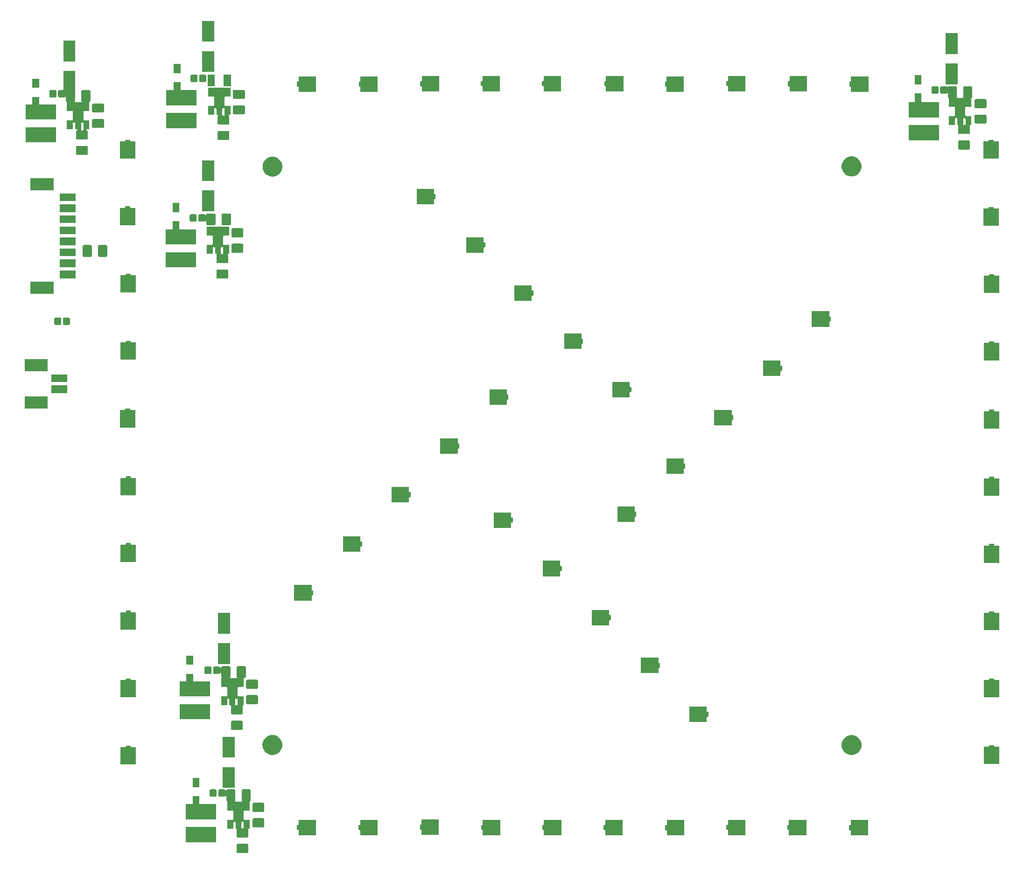
<source format=gbr>
G04 #@! TF.GenerationSoftware,KiCad,Pcbnew,(5.1.2)-2*
G04 #@! TF.CreationDate,2019-09-05T23:13:48+02:00*
G04 #@! TF.ProjectId,LED_Driver_ISSI_ALU,4c45445f-4472-4697-9665-725f49535349,rev?*
G04 #@! TF.SameCoordinates,Original*
G04 #@! TF.FileFunction,Soldermask,Top*
G04 #@! TF.FilePolarity,Negative*
%FSLAX46Y46*%
G04 Gerber Fmt 4.6, Leading zero omitted, Abs format (unit mm)*
G04 Created by KiCad (PCBNEW (5.1.2)-2) date 2019-09-05 23:13:48*
%MOMM*%
%LPD*%
G04 APERTURE LIST*
%ADD10C,0.100000*%
G04 APERTURE END LIST*
D10*
G36*
X78859628Y-170770493D02*
G01*
X78907354Y-170784971D01*
X78951332Y-170808477D01*
X78989884Y-170840116D01*
X79021523Y-170878668D01*
X79045029Y-170922646D01*
X79059507Y-170970372D01*
X79065000Y-171026141D01*
X79065000Y-172153859D01*
X79059507Y-172209628D01*
X79045029Y-172257354D01*
X79021523Y-172301332D01*
X78989884Y-172339884D01*
X78951332Y-172371523D01*
X78907354Y-172395029D01*
X78859628Y-172409507D01*
X78803859Y-172415000D01*
X77176141Y-172415000D01*
X77120372Y-172409507D01*
X77072646Y-172395029D01*
X77028668Y-172371523D01*
X76990116Y-172339884D01*
X76958477Y-172301332D01*
X76934971Y-172257354D01*
X76920493Y-172209628D01*
X76915000Y-172153859D01*
X76915000Y-171026141D01*
X76920493Y-170970372D01*
X76934971Y-170922646D01*
X76958477Y-170878668D01*
X76990116Y-170840116D01*
X77028668Y-170808477D01*
X77072646Y-170784971D01*
X77120372Y-170770493D01*
X77176141Y-170765000D01*
X78803859Y-170765000D01*
X78859628Y-170770493D01*
X78859628Y-170770493D01*
G37*
G36*
X73240000Y-170465000D02*
G01*
X67740000Y-170465000D01*
X67740000Y-167715000D01*
X73240000Y-167715000D01*
X73240000Y-170465000D01*
X73240000Y-170465000D01*
G37*
G36*
X74696122Y-160870517D02*
G01*
X74744085Y-160885066D01*
X74788278Y-160908688D01*
X74827019Y-160940481D01*
X74858811Y-160979220D01*
X74873256Y-161006246D01*
X74886870Y-161026621D01*
X74904197Y-161043948D01*
X74924571Y-161057562D01*
X74947210Y-161066939D01*
X74971243Y-161071720D01*
X74995747Y-161071720D01*
X75019780Y-161066940D01*
X75042419Y-161057563D01*
X75062794Y-161043949D01*
X75080121Y-161026622D01*
X75093735Y-161006247D01*
X75108475Y-160978670D01*
X75140116Y-160940116D01*
X75178668Y-160908477D01*
X75222646Y-160884971D01*
X75270372Y-160870493D01*
X75326141Y-160865000D01*
X76453859Y-160865000D01*
X76509628Y-160870493D01*
X76557354Y-160884971D01*
X76601332Y-160908477D01*
X76639884Y-160940116D01*
X76671523Y-160978668D01*
X76695029Y-161022646D01*
X76709507Y-161070372D01*
X76715000Y-161126141D01*
X76715000Y-162753859D01*
X76709507Y-162809628D01*
X76695029Y-162857356D01*
X76668987Y-162906077D01*
X76659609Y-162928716D01*
X76654829Y-162952749D01*
X76654829Y-162977253D01*
X76659610Y-163001287D01*
X76668987Y-163023925D01*
X76682601Y-163044300D01*
X76699928Y-163061627D01*
X76720302Y-163075240D01*
X76742941Y-163084618D01*
X76779226Y-163090000D01*
X77800774Y-163090000D01*
X77825160Y-163087598D01*
X77848609Y-163080485D01*
X77870220Y-163068934D01*
X77889162Y-163053389D01*
X77904707Y-163034447D01*
X77916258Y-163012836D01*
X77923371Y-162989387D01*
X77925773Y-162965001D01*
X77923371Y-162940615D01*
X77911013Y-162906077D01*
X77884971Y-162857356D01*
X77870493Y-162809628D01*
X77865000Y-162753859D01*
X77865000Y-161126141D01*
X77870493Y-161070372D01*
X77884971Y-161022646D01*
X77908477Y-160978668D01*
X77940116Y-160940116D01*
X77978668Y-160908477D01*
X78022646Y-160884971D01*
X78070372Y-160870493D01*
X78126141Y-160865000D01*
X79253859Y-160865000D01*
X79309628Y-160870493D01*
X79357354Y-160884971D01*
X79401332Y-160908477D01*
X79439884Y-160940116D01*
X79471523Y-160978668D01*
X79495029Y-161022646D01*
X79509507Y-161070372D01*
X79515000Y-161126141D01*
X79515000Y-162753859D01*
X79509507Y-162809628D01*
X79495029Y-162857354D01*
X79471523Y-162901332D01*
X79439884Y-162939884D01*
X79401330Y-162971525D01*
X79396073Y-162974335D01*
X79375699Y-162987949D01*
X79358372Y-163005276D01*
X79344759Y-163025650D01*
X79335382Y-163048289D01*
X79330000Y-163084573D01*
X79330000Y-164695000D01*
X78364999Y-164695000D01*
X78340613Y-164697402D01*
X78317164Y-164704515D01*
X78295553Y-164716066D01*
X78276611Y-164731611D01*
X78261066Y-164750553D01*
X78249515Y-164772164D01*
X78242402Y-164795613D01*
X78240000Y-164819999D01*
X78240000Y-166270001D01*
X78242402Y-166294387D01*
X78249515Y-166317836D01*
X78261066Y-166339447D01*
X78276611Y-166358389D01*
X78295553Y-166373934D01*
X78317164Y-166385485D01*
X78340613Y-166392598D01*
X78364999Y-166395000D01*
X79330000Y-166395000D01*
X79330000Y-167995000D01*
X79174850Y-167995000D01*
X79150464Y-167997402D01*
X79127015Y-168004515D01*
X79105404Y-168016066D01*
X79086462Y-168031611D01*
X79070917Y-168050553D01*
X79059366Y-168072164D01*
X79052253Y-168095613D01*
X79049851Y-168119999D01*
X79052253Y-168144385D01*
X79055234Y-168156286D01*
X79059507Y-168170371D01*
X79065000Y-168226141D01*
X79065000Y-169353859D01*
X79059507Y-169409628D01*
X79045029Y-169457354D01*
X79021523Y-169501332D01*
X78989884Y-169539884D01*
X78951332Y-169571523D01*
X78907354Y-169595029D01*
X78859628Y-169609507D01*
X78803859Y-169615000D01*
X77176141Y-169615000D01*
X77120372Y-169609507D01*
X77072646Y-169595029D01*
X77028668Y-169571523D01*
X76990116Y-169539884D01*
X76958477Y-169501332D01*
X76934971Y-169457354D01*
X76920493Y-169409628D01*
X76915000Y-169353859D01*
X76915000Y-168226141D01*
X76920493Y-168170371D01*
X76924766Y-168156286D01*
X76929547Y-168132253D01*
X76929547Y-168107748D01*
X76924767Y-168083715D01*
X76915390Y-168061076D01*
X76901776Y-168040702D01*
X76884450Y-168023374D01*
X76864075Y-168009760D01*
X76841437Y-168000383D01*
X76817404Y-167995602D01*
X76805150Y-167995000D01*
X76750000Y-167995000D01*
X76750000Y-166914999D01*
X77830000Y-166914999D01*
X77830000Y-167840001D01*
X77832402Y-167864387D01*
X77839515Y-167887836D01*
X77851066Y-167909447D01*
X77866611Y-167928389D01*
X77885553Y-167943934D01*
X77907164Y-167955485D01*
X77930613Y-167962598D01*
X77954999Y-167965000D01*
X78125001Y-167965000D01*
X78149387Y-167962598D01*
X78172836Y-167955485D01*
X78194447Y-167943934D01*
X78213389Y-167928389D01*
X78228934Y-167909447D01*
X78240485Y-167887836D01*
X78247598Y-167864387D01*
X78250000Y-167840001D01*
X78250000Y-166914999D01*
X78247598Y-166890613D01*
X78240485Y-166867164D01*
X78228934Y-166845553D01*
X78213389Y-166826611D01*
X78194447Y-166811066D01*
X78172836Y-166799515D01*
X78149387Y-166792402D01*
X78125001Y-166790000D01*
X77954999Y-166790000D01*
X77930613Y-166792402D01*
X77907164Y-166799515D01*
X77885553Y-166811066D01*
X77866611Y-166826611D01*
X77851066Y-166845553D01*
X77839515Y-166867164D01*
X77832402Y-166890613D01*
X77830000Y-166914999D01*
X76750000Y-166914999D01*
X76747598Y-166890613D01*
X76740485Y-166867164D01*
X76728934Y-166845553D01*
X76713389Y-166826611D01*
X76694447Y-166811066D01*
X76672836Y-166799515D01*
X76649387Y-166792402D01*
X76625001Y-166790000D01*
X76454999Y-166790000D01*
X76430613Y-166792402D01*
X76407164Y-166799515D01*
X76385553Y-166811066D01*
X76366611Y-166826611D01*
X76351066Y-166845553D01*
X76339515Y-166867164D01*
X76332402Y-166890613D01*
X76330000Y-166914999D01*
X76330000Y-167995000D01*
X75250000Y-167995000D01*
X75250000Y-166395000D01*
X76215001Y-166395000D01*
X76239387Y-166392598D01*
X76262836Y-166385485D01*
X76284447Y-166373934D01*
X76303389Y-166358389D01*
X76318934Y-166339447D01*
X76330485Y-166317836D01*
X76337598Y-166294387D01*
X76340000Y-166270001D01*
X76340000Y-164819999D01*
X76337598Y-164795613D01*
X76330485Y-164772164D01*
X76318934Y-164750553D01*
X76303389Y-164731611D01*
X76284447Y-164716066D01*
X76262836Y-164704515D01*
X76239387Y-164697402D01*
X76215001Y-164695000D01*
X75250000Y-164695000D01*
X75250000Y-163084573D01*
X75247598Y-163060187D01*
X75240485Y-163036738D01*
X75228934Y-163015127D01*
X75213389Y-162996185D01*
X75183927Y-162974335D01*
X75178670Y-162971525D01*
X75140116Y-162939884D01*
X75108477Y-162901332D01*
X75084971Y-162857354D01*
X75070493Y-162809628D01*
X75065000Y-162753859D01*
X75065000Y-162198886D01*
X75062598Y-162174500D01*
X75055485Y-162151051D01*
X75043934Y-162129440D01*
X75028389Y-162110498D01*
X75009447Y-162094953D01*
X74987836Y-162083402D01*
X74964387Y-162076289D01*
X74940001Y-162073887D01*
X74915615Y-162076289D01*
X74892166Y-162083402D01*
X74870555Y-162094953D01*
X74851613Y-162110498D01*
X74843375Y-162119588D01*
X74827018Y-162139519D01*
X74788278Y-162171312D01*
X74744085Y-162194934D01*
X74696122Y-162209483D01*
X74640109Y-162215000D01*
X73889891Y-162215000D01*
X73833878Y-162209483D01*
X73785915Y-162194934D01*
X73741722Y-162171312D01*
X73702981Y-162139519D01*
X73671188Y-162100778D01*
X73647566Y-162056585D01*
X73633017Y-162008622D01*
X73627500Y-161952609D01*
X73627500Y-161127391D01*
X73633017Y-161071378D01*
X73647566Y-161023415D01*
X73671188Y-160979222D01*
X73702981Y-160940481D01*
X73741722Y-160908688D01*
X73785915Y-160885066D01*
X73833878Y-160870517D01*
X73889891Y-160865000D01*
X74640109Y-160865000D01*
X74696122Y-160870517D01*
X74696122Y-160870517D01*
G37*
G36*
X191490000Y-169240000D02*
G01*
X188340000Y-169240000D01*
X188340000Y-168414999D01*
X188337598Y-168390613D01*
X188330485Y-168367164D01*
X188318934Y-168345553D01*
X188303389Y-168326611D01*
X188284447Y-168311066D01*
X188262836Y-168299515D01*
X188239387Y-168292402D01*
X188215001Y-168290000D01*
X188040000Y-168290000D01*
X188040000Y-167390000D01*
X188215001Y-167390000D01*
X188239387Y-167387598D01*
X188262836Y-167380485D01*
X188284447Y-167368934D01*
X188303389Y-167353389D01*
X188318934Y-167334447D01*
X188330485Y-167312836D01*
X188337598Y-167289387D01*
X188340000Y-167265001D01*
X188340000Y-166440000D01*
X191490000Y-166440000D01*
X191490000Y-169240000D01*
X191490000Y-169240000D01*
G37*
G36*
X158140000Y-169240000D02*
G01*
X154990000Y-169240000D01*
X154990000Y-168414999D01*
X154987598Y-168390613D01*
X154980485Y-168367164D01*
X154968934Y-168345553D01*
X154953389Y-168326611D01*
X154934447Y-168311066D01*
X154912836Y-168299515D01*
X154889387Y-168292402D01*
X154865001Y-168290000D01*
X154690000Y-168290000D01*
X154690000Y-167390000D01*
X154865001Y-167390000D01*
X154889387Y-167387598D01*
X154912836Y-167380485D01*
X154934447Y-167368934D01*
X154953389Y-167353389D01*
X154968934Y-167334447D01*
X154980485Y-167312836D01*
X154987598Y-167289387D01*
X154990000Y-167265001D01*
X154990000Y-166440000D01*
X158140000Y-166440000D01*
X158140000Y-169240000D01*
X158140000Y-169240000D01*
G37*
G36*
X91340000Y-169190000D02*
G01*
X88190000Y-169190000D01*
X88190000Y-168364999D01*
X88187598Y-168340613D01*
X88180485Y-168317164D01*
X88168934Y-168295553D01*
X88153389Y-168276611D01*
X88134447Y-168261066D01*
X88112836Y-168249515D01*
X88089387Y-168242402D01*
X88065001Y-168240000D01*
X87890000Y-168240000D01*
X87890000Y-167340000D01*
X88065001Y-167340000D01*
X88089387Y-167337598D01*
X88112836Y-167330485D01*
X88134447Y-167318934D01*
X88153389Y-167303389D01*
X88168934Y-167284447D01*
X88180485Y-167262836D01*
X88187598Y-167239387D01*
X88190000Y-167215001D01*
X88190000Y-166390000D01*
X91340000Y-166390000D01*
X91340000Y-169190000D01*
X91340000Y-169190000D01*
G37*
G36*
X146940000Y-169190000D02*
G01*
X143790000Y-169190000D01*
X143790000Y-168364999D01*
X143787598Y-168340613D01*
X143780485Y-168317164D01*
X143768934Y-168295553D01*
X143753389Y-168276611D01*
X143734447Y-168261066D01*
X143712836Y-168249515D01*
X143689387Y-168242402D01*
X143665001Y-168240000D01*
X143490000Y-168240000D01*
X143490000Y-167340000D01*
X143665001Y-167340000D01*
X143689387Y-167337598D01*
X143712836Y-167330485D01*
X143734447Y-167318934D01*
X143753389Y-167303389D01*
X143768934Y-167284447D01*
X143780485Y-167262836D01*
X143787598Y-167239387D01*
X143790000Y-167215001D01*
X143790000Y-166390000D01*
X146940000Y-166390000D01*
X146940000Y-169190000D01*
X146940000Y-169190000D01*
G37*
G36*
X124740000Y-169190000D02*
G01*
X121590000Y-169190000D01*
X121590000Y-168364999D01*
X121587598Y-168340613D01*
X121580485Y-168317164D01*
X121568934Y-168295553D01*
X121553389Y-168276611D01*
X121534447Y-168261066D01*
X121512836Y-168249515D01*
X121489387Y-168242402D01*
X121465001Y-168240000D01*
X121290000Y-168240000D01*
X121290000Y-167340000D01*
X121465001Y-167340000D01*
X121489387Y-167337598D01*
X121512836Y-167330485D01*
X121534447Y-167318934D01*
X121553389Y-167303389D01*
X121568934Y-167284447D01*
X121580485Y-167262836D01*
X121587598Y-167239387D01*
X121590000Y-167215001D01*
X121590000Y-166390000D01*
X124740000Y-166390000D01*
X124740000Y-169190000D01*
X124740000Y-169190000D01*
G37*
G36*
X102490000Y-169190000D02*
G01*
X99340000Y-169190000D01*
X99340000Y-168364999D01*
X99337598Y-168340613D01*
X99330485Y-168317164D01*
X99318934Y-168295553D01*
X99303389Y-168276611D01*
X99284447Y-168261066D01*
X99262836Y-168249515D01*
X99239387Y-168242402D01*
X99215001Y-168240000D01*
X99040000Y-168240000D01*
X99040000Y-167340000D01*
X99215001Y-167340000D01*
X99239387Y-167337598D01*
X99262836Y-167330485D01*
X99284447Y-167318934D01*
X99303389Y-167303389D01*
X99318934Y-167284447D01*
X99330485Y-167262836D01*
X99337598Y-167239387D01*
X99340000Y-167215001D01*
X99340000Y-166390000D01*
X102490000Y-166390000D01*
X102490000Y-169190000D01*
X102490000Y-169190000D01*
G37*
G36*
X135840000Y-169190000D02*
G01*
X132690000Y-169190000D01*
X132690000Y-168364999D01*
X132687598Y-168340613D01*
X132680485Y-168317164D01*
X132668934Y-168295553D01*
X132653389Y-168276611D01*
X132634447Y-168261066D01*
X132612836Y-168249515D01*
X132589387Y-168242402D01*
X132565001Y-168240000D01*
X132390000Y-168240000D01*
X132390000Y-167340000D01*
X132565001Y-167340000D01*
X132589387Y-167337598D01*
X132612836Y-167330485D01*
X132634447Y-167318934D01*
X132653389Y-167303389D01*
X132668934Y-167284447D01*
X132680485Y-167262836D01*
X132687598Y-167239387D01*
X132690000Y-167215001D01*
X132690000Y-166390000D01*
X135840000Y-166390000D01*
X135840000Y-169190000D01*
X135840000Y-169190000D01*
G37*
G36*
X180290000Y-169190000D02*
G01*
X177140000Y-169190000D01*
X177140000Y-168364999D01*
X177137598Y-168340613D01*
X177130485Y-168317164D01*
X177118934Y-168295553D01*
X177103389Y-168276611D01*
X177084447Y-168261066D01*
X177062836Y-168249515D01*
X177039387Y-168242402D01*
X177015001Y-168240000D01*
X176840000Y-168240000D01*
X176840000Y-167340000D01*
X177015001Y-167340000D01*
X177039387Y-167337598D01*
X177062836Y-167330485D01*
X177084447Y-167318934D01*
X177103389Y-167303389D01*
X177118934Y-167284447D01*
X177130485Y-167262836D01*
X177137598Y-167239387D01*
X177140000Y-167215001D01*
X177140000Y-166390000D01*
X180290000Y-166390000D01*
X180290000Y-169190000D01*
X180290000Y-169190000D01*
G37*
G36*
X169240000Y-169190000D02*
G01*
X166090000Y-169190000D01*
X166090000Y-168364999D01*
X166087598Y-168340613D01*
X166080485Y-168317164D01*
X166068934Y-168295553D01*
X166053389Y-168276611D01*
X166034447Y-168261066D01*
X166012836Y-168249515D01*
X165989387Y-168242402D01*
X165965001Y-168240000D01*
X165790000Y-168240000D01*
X165790000Y-167340000D01*
X165965001Y-167340000D01*
X165989387Y-167337598D01*
X166012836Y-167330485D01*
X166034447Y-167318934D01*
X166053389Y-167303389D01*
X166068934Y-167284447D01*
X166080485Y-167262836D01*
X166087598Y-167239387D01*
X166090000Y-167215001D01*
X166090000Y-166390000D01*
X169240000Y-166390000D01*
X169240000Y-169190000D01*
X169240000Y-169190000D01*
G37*
G36*
X113640000Y-169140000D02*
G01*
X110490000Y-169140000D01*
X110490000Y-168314999D01*
X110487598Y-168290613D01*
X110480485Y-168267164D01*
X110468934Y-168245553D01*
X110453389Y-168226611D01*
X110434447Y-168211066D01*
X110412836Y-168199515D01*
X110389387Y-168192402D01*
X110365001Y-168190000D01*
X110190000Y-168190000D01*
X110190000Y-167290000D01*
X110365001Y-167290000D01*
X110389387Y-167287598D01*
X110412836Y-167280485D01*
X110434447Y-167268934D01*
X110453389Y-167253389D01*
X110468934Y-167234447D01*
X110480485Y-167212836D01*
X110487598Y-167189387D01*
X110490000Y-167165001D01*
X110490000Y-166340000D01*
X113640000Y-166340000D01*
X113640000Y-169140000D01*
X113640000Y-169140000D01*
G37*
G36*
X81759628Y-166120493D02*
G01*
X81807354Y-166134971D01*
X81851332Y-166158477D01*
X81889884Y-166190116D01*
X81921523Y-166228668D01*
X81945029Y-166272646D01*
X81959507Y-166320372D01*
X81965000Y-166376141D01*
X81965000Y-167503859D01*
X81959507Y-167559628D01*
X81945029Y-167607354D01*
X81921523Y-167651332D01*
X81889884Y-167689884D01*
X81851332Y-167721523D01*
X81807354Y-167745029D01*
X81759628Y-167759507D01*
X81703859Y-167765000D01*
X80076141Y-167765000D01*
X80020372Y-167759507D01*
X79972646Y-167745029D01*
X79928668Y-167721523D01*
X79890116Y-167689884D01*
X79858477Y-167651332D01*
X79834971Y-167607354D01*
X79820493Y-167559628D01*
X79815000Y-167503859D01*
X79815000Y-166376141D01*
X79820493Y-166320372D01*
X79834971Y-166272646D01*
X79858477Y-166228668D01*
X79890116Y-166190116D01*
X79928668Y-166158477D01*
X79972646Y-166134971D01*
X80020372Y-166120493D01*
X80076141Y-166115000D01*
X81703859Y-166115000D01*
X81759628Y-166120493D01*
X81759628Y-166120493D01*
G37*
G36*
X70190000Y-163440001D02*
G01*
X70192402Y-163464387D01*
X70199515Y-163487836D01*
X70211066Y-163509447D01*
X70226611Y-163528389D01*
X70245553Y-163543934D01*
X70267164Y-163555485D01*
X70290613Y-163562598D01*
X70314999Y-163565000D01*
X73240000Y-163565000D01*
X73240000Y-166315000D01*
X67740000Y-166315000D01*
X67740000Y-163565000D01*
X68865001Y-163565000D01*
X68889387Y-163562598D01*
X68912836Y-163555485D01*
X68934447Y-163543934D01*
X68953389Y-163528389D01*
X68968934Y-163509447D01*
X68980485Y-163487836D01*
X68987598Y-163464387D01*
X68990000Y-163440001D01*
X68990000Y-162115000D01*
X70190000Y-162115000D01*
X70190000Y-163440001D01*
X70190000Y-163440001D01*
G37*
G36*
X81759628Y-163320493D02*
G01*
X81807354Y-163334971D01*
X81851332Y-163358477D01*
X81889884Y-163390116D01*
X81921523Y-163428668D01*
X81945029Y-163472646D01*
X81959507Y-163520372D01*
X81965000Y-163576141D01*
X81965000Y-164703859D01*
X81959507Y-164759628D01*
X81945029Y-164807354D01*
X81921523Y-164851332D01*
X81889884Y-164889884D01*
X81851332Y-164921523D01*
X81807354Y-164945029D01*
X81759628Y-164959507D01*
X81703859Y-164965000D01*
X80076141Y-164965000D01*
X80020372Y-164959507D01*
X79972646Y-164945029D01*
X79928668Y-164921523D01*
X79890116Y-164889884D01*
X79858477Y-164851332D01*
X79834971Y-164807354D01*
X79820493Y-164759628D01*
X79815000Y-164703859D01*
X79815000Y-163576141D01*
X79820493Y-163520372D01*
X79834971Y-163472646D01*
X79858477Y-163428668D01*
X79890116Y-163390116D01*
X79928668Y-163358477D01*
X79972646Y-163334971D01*
X80020372Y-163320493D01*
X80076141Y-163315000D01*
X81703859Y-163315000D01*
X81759628Y-163320493D01*
X81759628Y-163320493D01*
G37*
G36*
X73121122Y-160870517D02*
G01*
X73169085Y-160885066D01*
X73213278Y-160908688D01*
X73252019Y-160940481D01*
X73283812Y-160979222D01*
X73307434Y-161023415D01*
X73321983Y-161071378D01*
X73327500Y-161127391D01*
X73327500Y-161952609D01*
X73321983Y-162008622D01*
X73307434Y-162056585D01*
X73283812Y-162100778D01*
X73252019Y-162139519D01*
X73213278Y-162171312D01*
X73169085Y-162194934D01*
X73121122Y-162209483D01*
X73065109Y-162215000D01*
X72314891Y-162215000D01*
X72258878Y-162209483D01*
X72210915Y-162194934D01*
X72166722Y-162171312D01*
X72127981Y-162139519D01*
X72096188Y-162100778D01*
X72072566Y-162056585D01*
X72058017Y-162008622D01*
X72052500Y-161952609D01*
X72052500Y-161127391D01*
X72058017Y-161071378D01*
X72072566Y-161023415D01*
X72096188Y-160979222D01*
X72127981Y-160940481D01*
X72166722Y-160908688D01*
X72210915Y-160885066D01*
X72258878Y-160870517D01*
X72314891Y-160865000D01*
X73065109Y-160865000D01*
X73121122Y-160870517D01*
X73121122Y-160870517D01*
G37*
G36*
X76640000Y-160565000D02*
G01*
X74440000Y-160565000D01*
X74440000Y-156815000D01*
X76640000Y-156815000D01*
X76640000Y-160565000D01*
X76640000Y-160565000D01*
G37*
G36*
X70190000Y-160465000D02*
G01*
X68990000Y-160465000D01*
X68990000Y-158815000D01*
X70190000Y-158815000D01*
X70190000Y-160465000D01*
X70190000Y-160465000D01*
G37*
G36*
X57740000Y-153115001D02*
G01*
X57742402Y-153139387D01*
X57749515Y-153162836D01*
X57761066Y-153184447D01*
X57776611Y-153203389D01*
X57795553Y-153218934D01*
X57817164Y-153230485D01*
X57840613Y-153237598D01*
X57864999Y-153240000D01*
X58690000Y-153240000D01*
X58690000Y-156390000D01*
X55890000Y-156390000D01*
X55890000Y-153240000D01*
X56715001Y-153240000D01*
X56739387Y-153237598D01*
X56762836Y-153230485D01*
X56784447Y-153218934D01*
X56803389Y-153203389D01*
X56818934Y-153184447D01*
X56830485Y-153162836D01*
X56837598Y-153139387D01*
X56840000Y-153115001D01*
X56840000Y-152940000D01*
X57740000Y-152940000D01*
X57740000Y-153115001D01*
X57740000Y-153115001D01*
G37*
G36*
X214340000Y-153015001D02*
G01*
X214342402Y-153039387D01*
X214349515Y-153062836D01*
X214361066Y-153084447D01*
X214376611Y-153103389D01*
X214395553Y-153118934D01*
X214417164Y-153130485D01*
X214440613Y-153137598D01*
X214464999Y-153140000D01*
X215290000Y-153140000D01*
X215290000Y-156290000D01*
X212490000Y-156290000D01*
X212490000Y-153140000D01*
X213315001Y-153140000D01*
X213339387Y-153137598D01*
X213362836Y-153130485D01*
X213384447Y-153118934D01*
X213403389Y-153103389D01*
X213418934Y-153084447D01*
X213430485Y-153062836D01*
X213437598Y-153039387D01*
X213440000Y-153015001D01*
X213440000Y-152840000D01*
X214340000Y-152840000D01*
X214340000Y-153015001D01*
X214340000Y-153015001D01*
G37*
G36*
X76640000Y-155065000D02*
G01*
X74440000Y-155065000D01*
X74440000Y-151315000D01*
X76640000Y-151315000D01*
X76640000Y-155065000D01*
X76640000Y-155065000D01*
G37*
G36*
X188841163Y-151074587D02*
G01*
X189015041Y-151109173D01*
X189342620Y-151244861D01*
X189637433Y-151441849D01*
X189888151Y-151692567D01*
X190085139Y-151987380D01*
X190220827Y-152314959D01*
X190220827Y-152314961D01*
X190290000Y-152662714D01*
X190290000Y-153017286D01*
X190272873Y-153103389D01*
X190220827Y-153365041D01*
X190085139Y-153692620D01*
X189888151Y-153987433D01*
X189637433Y-154238151D01*
X189342620Y-154435139D01*
X189015041Y-154570827D01*
X188841162Y-154605414D01*
X188667286Y-154640000D01*
X188312714Y-154640000D01*
X188138838Y-154605414D01*
X187964959Y-154570827D01*
X187637380Y-154435139D01*
X187342567Y-154238151D01*
X187091849Y-153987433D01*
X186894861Y-153692620D01*
X186759173Y-153365041D01*
X186707127Y-153103389D01*
X186690000Y-153017286D01*
X186690000Y-152662714D01*
X186759173Y-152314961D01*
X186759173Y-152314959D01*
X186894861Y-151987380D01*
X187091849Y-151692567D01*
X187342567Y-151441849D01*
X187637380Y-151244861D01*
X187964959Y-151109173D01*
X188138837Y-151074587D01*
X188312714Y-151040000D01*
X188667286Y-151040000D01*
X188841163Y-151074587D01*
X188841163Y-151074587D01*
G37*
G36*
X83781162Y-151054586D02*
G01*
X83955041Y-151089173D01*
X84282620Y-151224861D01*
X84577433Y-151421849D01*
X84828151Y-151672567D01*
X85025139Y-151967380D01*
X85160827Y-152294959D01*
X85195414Y-152468838D01*
X85230000Y-152642714D01*
X85230000Y-152997286D01*
X85206585Y-153115001D01*
X85160827Y-153345041D01*
X85025139Y-153672620D01*
X84828151Y-153967433D01*
X84577433Y-154218151D01*
X84282620Y-154415139D01*
X83955041Y-154550827D01*
X83781163Y-154585413D01*
X83607286Y-154620000D01*
X83252714Y-154620000D01*
X83078837Y-154585413D01*
X82904959Y-154550827D01*
X82577380Y-154415139D01*
X82282567Y-154218151D01*
X82031849Y-153967433D01*
X81834861Y-153672620D01*
X81699173Y-153345041D01*
X81653415Y-153115001D01*
X81630000Y-152997286D01*
X81630000Y-152642714D01*
X81664586Y-152468838D01*
X81699173Y-152294959D01*
X81834861Y-151967380D01*
X82031849Y-151672567D01*
X82282567Y-151421849D01*
X82577380Y-151224861D01*
X82904959Y-151089173D01*
X83078838Y-151054586D01*
X83252714Y-151020000D01*
X83607286Y-151020000D01*
X83781162Y-151054586D01*
X83781162Y-151054586D01*
G37*
G36*
X77859628Y-148420493D02*
G01*
X77907354Y-148434971D01*
X77951332Y-148458477D01*
X77989884Y-148490116D01*
X78021523Y-148528668D01*
X78045029Y-148572646D01*
X78059507Y-148620372D01*
X78065000Y-148676141D01*
X78065000Y-149803859D01*
X78059507Y-149859628D01*
X78045029Y-149907354D01*
X78021523Y-149951332D01*
X77989884Y-149989884D01*
X77951332Y-150021523D01*
X77907354Y-150045029D01*
X77859628Y-150059507D01*
X77803859Y-150065000D01*
X76176141Y-150065000D01*
X76120372Y-150059507D01*
X76072646Y-150045029D01*
X76028668Y-150021523D01*
X75990116Y-149989884D01*
X75958477Y-149951332D01*
X75934971Y-149907354D01*
X75920493Y-149859628D01*
X75915000Y-149803859D01*
X75915000Y-148676141D01*
X75920493Y-148620372D01*
X75934971Y-148572646D01*
X75958477Y-148528668D01*
X75990116Y-148490116D01*
X76028668Y-148458477D01*
X76072646Y-148434971D01*
X76120372Y-148420493D01*
X76176141Y-148415000D01*
X77803859Y-148415000D01*
X77859628Y-148420493D01*
X77859628Y-148420493D01*
G37*
G36*
X162240000Y-146695001D02*
G01*
X162242402Y-146719387D01*
X162249515Y-146742836D01*
X162261066Y-146764447D01*
X162276611Y-146783389D01*
X162295553Y-146798934D01*
X162317164Y-146810485D01*
X162340613Y-146817598D01*
X162364999Y-146820000D01*
X162540000Y-146820000D01*
X162540000Y-147720000D01*
X162364999Y-147720000D01*
X162340613Y-147722402D01*
X162317164Y-147729515D01*
X162295553Y-147741066D01*
X162276611Y-147756611D01*
X162261066Y-147775553D01*
X162249515Y-147797164D01*
X162242402Y-147820613D01*
X162240000Y-147844999D01*
X162240000Y-148670000D01*
X159090000Y-148670000D01*
X159090000Y-145870000D01*
X162240000Y-145870000D01*
X162240000Y-146695001D01*
X162240000Y-146695001D01*
G37*
G36*
X72090000Y-148165000D02*
G01*
X66590000Y-148165000D01*
X66590000Y-145415000D01*
X72090000Y-145415000D01*
X72090000Y-148165000D01*
X72090000Y-148165000D01*
G37*
G36*
X75609628Y-138520493D02*
G01*
X75657354Y-138534971D01*
X75701332Y-138558477D01*
X75739884Y-138590116D01*
X75771523Y-138628668D01*
X75795029Y-138672646D01*
X75809507Y-138720372D01*
X75815000Y-138776141D01*
X75815000Y-140403859D01*
X75809507Y-140459628D01*
X75795029Y-140507355D01*
X75785022Y-140526077D01*
X75775645Y-140548715D01*
X75770864Y-140572749D01*
X75770864Y-140597253D01*
X75775644Y-140621286D01*
X75785022Y-140643925D01*
X75798635Y-140664299D01*
X75815962Y-140681626D01*
X75836337Y-140695240D01*
X75858975Y-140704617D01*
X75883009Y-140709398D01*
X75895261Y-140710000D01*
X76884739Y-140710000D01*
X76909125Y-140707598D01*
X76932574Y-140700485D01*
X76954185Y-140688934D01*
X76973127Y-140673389D01*
X76988672Y-140654447D01*
X77000223Y-140632836D01*
X77007336Y-140609387D01*
X77009738Y-140585001D01*
X77007336Y-140560615D01*
X77000223Y-140537166D01*
X76994978Y-140526077D01*
X76984971Y-140507355D01*
X76970493Y-140459628D01*
X76965000Y-140403859D01*
X76965000Y-138776141D01*
X76970493Y-138720372D01*
X76984971Y-138672646D01*
X77008477Y-138628668D01*
X77040116Y-138590116D01*
X77078668Y-138558477D01*
X77122646Y-138534971D01*
X77170372Y-138520493D01*
X77226141Y-138515000D01*
X78353859Y-138515000D01*
X78409628Y-138520493D01*
X78457354Y-138534971D01*
X78501332Y-138558477D01*
X78539884Y-138590116D01*
X78571523Y-138628668D01*
X78595029Y-138672646D01*
X78609507Y-138720372D01*
X78615000Y-138776141D01*
X78615000Y-140403859D01*
X78609507Y-140459628D01*
X78595029Y-140507354D01*
X78571523Y-140551332D01*
X78539884Y-140589884D01*
X78501332Y-140621523D01*
X78457354Y-140645029D01*
X78409628Y-140659507D01*
X78353859Y-140665000D01*
X78335000Y-140665000D01*
X78310614Y-140667402D01*
X78287165Y-140674515D01*
X78265554Y-140686066D01*
X78246612Y-140701611D01*
X78231067Y-140720553D01*
X78219516Y-140742164D01*
X78212403Y-140765613D01*
X78210001Y-140789999D01*
X78210001Y-142315000D01*
X77245000Y-142315000D01*
X77220614Y-142317402D01*
X77197165Y-142324515D01*
X77175554Y-142336066D01*
X77156612Y-142351611D01*
X77141067Y-142370553D01*
X77129516Y-142392164D01*
X77122403Y-142415613D01*
X77120001Y-142439999D01*
X77120001Y-143890001D01*
X77122403Y-143914387D01*
X77129516Y-143937836D01*
X77141067Y-143959447D01*
X77156612Y-143978389D01*
X77175554Y-143993934D01*
X77197165Y-144005485D01*
X77220614Y-144012598D01*
X77245000Y-144015000D01*
X78210001Y-144015000D01*
X78210001Y-145615000D01*
X78165750Y-145615000D01*
X78141364Y-145617402D01*
X78117915Y-145624515D01*
X78096304Y-145636066D01*
X78077362Y-145651611D01*
X78061817Y-145670553D01*
X78050266Y-145692164D01*
X78043153Y-145715613D01*
X78040751Y-145739999D01*
X78046133Y-145776284D01*
X78059507Y-145820372D01*
X78065000Y-145876141D01*
X78065000Y-147003859D01*
X78059507Y-147059628D01*
X78045029Y-147107354D01*
X78021523Y-147151332D01*
X77989884Y-147189884D01*
X77951332Y-147221523D01*
X77907354Y-147245029D01*
X77859628Y-147259507D01*
X77803859Y-147265000D01*
X76176141Y-147265000D01*
X76120372Y-147259507D01*
X76072646Y-147245029D01*
X76028668Y-147221523D01*
X75990116Y-147189884D01*
X75958477Y-147151332D01*
X75934971Y-147107354D01*
X75920493Y-147059628D01*
X75915000Y-147003859D01*
X75915000Y-145876141D01*
X75920493Y-145820372D01*
X75933867Y-145776284D01*
X75938647Y-145752251D01*
X75938647Y-145727747D01*
X75933867Y-145703714D01*
X75924489Y-145681075D01*
X75910875Y-145660700D01*
X75893548Y-145643373D01*
X75873174Y-145629760D01*
X75850535Y-145620382D01*
X75814250Y-145615000D01*
X75630001Y-145615000D01*
X75630001Y-144534999D01*
X76710001Y-144534999D01*
X76710001Y-145490001D01*
X76712403Y-145514387D01*
X76719516Y-145537836D01*
X76731067Y-145559447D01*
X76746612Y-145578389D01*
X76765554Y-145593934D01*
X76787165Y-145605485D01*
X76810614Y-145612598D01*
X76835000Y-145615000D01*
X77005002Y-145615000D01*
X77029388Y-145612598D01*
X77052837Y-145605485D01*
X77074448Y-145593934D01*
X77093390Y-145578389D01*
X77108935Y-145559447D01*
X77120486Y-145537836D01*
X77127599Y-145514387D01*
X77130001Y-145490001D01*
X77130001Y-144534999D01*
X77127599Y-144510613D01*
X77120486Y-144487164D01*
X77108935Y-144465553D01*
X77093390Y-144446611D01*
X77074448Y-144431066D01*
X77052837Y-144419515D01*
X77029388Y-144412402D01*
X77005002Y-144410000D01*
X76835000Y-144410000D01*
X76810614Y-144412402D01*
X76787165Y-144419515D01*
X76765554Y-144431066D01*
X76746612Y-144446611D01*
X76731067Y-144465553D01*
X76719516Y-144487164D01*
X76712403Y-144510613D01*
X76710001Y-144534999D01*
X75630001Y-144534999D01*
X75627599Y-144510613D01*
X75620486Y-144487164D01*
X75608935Y-144465553D01*
X75593390Y-144446611D01*
X75574448Y-144431066D01*
X75552837Y-144419515D01*
X75529388Y-144412402D01*
X75505002Y-144410000D01*
X75335000Y-144410000D01*
X75310614Y-144412402D01*
X75287165Y-144419515D01*
X75265554Y-144431066D01*
X75246612Y-144446611D01*
X75231067Y-144465553D01*
X75219516Y-144487164D01*
X75212403Y-144510613D01*
X75210001Y-144534999D01*
X75210001Y-145615000D01*
X74130001Y-145615000D01*
X74130001Y-144015000D01*
X75095002Y-144015000D01*
X75119388Y-144012598D01*
X75142837Y-144005485D01*
X75164448Y-143993934D01*
X75183390Y-143978389D01*
X75198935Y-143959447D01*
X75210486Y-143937836D01*
X75217599Y-143914387D01*
X75220001Y-143890001D01*
X75220001Y-142439999D01*
X75217599Y-142415613D01*
X75210486Y-142392164D01*
X75198935Y-142370553D01*
X75183390Y-142351611D01*
X75164448Y-142336066D01*
X75142837Y-142324515D01*
X75119388Y-142317402D01*
X75095002Y-142315000D01*
X74130001Y-142315000D01*
X74130001Y-140707076D01*
X74135246Y-140705485D01*
X74156857Y-140693934D01*
X74175799Y-140678389D01*
X74191344Y-140659447D01*
X74202895Y-140637836D01*
X74210008Y-140614387D01*
X74212410Y-140590001D01*
X74210008Y-140565615D01*
X74197651Y-140531078D01*
X74184971Y-140507354D01*
X74170493Y-140459628D01*
X74165000Y-140403859D01*
X74165000Y-139820507D01*
X74162598Y-139796121D01*
X74155485Y-139772672D01*
X74143934Y-139751061D01*
X74128389Y-139732119D01*
X74109447Y-139716574D01*
X74087836Y-139705023D01*
X74064387Y-139697910D01*
X74040001Y-139695508D01*
X74015615Y-139697910D01*
X73992166Y-139705023D01*
X73970555Y-139716574D01*
X73951613Y-139732119D01*
X73936068Y-139751061D01*
X73929761Y-139761584D01*
X73908811Y-139800780D01*
X73877019Y-139839519D01*
X73838278Y-139871312D01*
X73794085Y-139894934D01*
X73746122Y-139909483D01*
X73690109Y-139915000D01*
X72939891Y-139915000D01*
X72883878Y-139909483D01*
X72835915Y-139894934D01*
X72791722Y-139871312D01*
X72752981Y-139839519D01*
X72721188Y-139800778D01*
X72697566Y-139756585D01*
X72683017Y-139708622D01*
X72677500Y-139652609D01*
X72677500Y-138827391D01*
X72683017Y-138771378D01*
X72697566Y-138723415D01*
X72721188Y-138679222D01*
X72752981Y-138640481D01*
X72791722Y-138608688D01*
X72835915Y-138585066D01*
X72883878Y-138570517D01*
X72939891Y-138565000D01*
X73690109Y-138565000D01*
X73746122Y-138570517D01*
X73794085Y-138585066D01*
X73838278Y-138608688D01*
X73877019Y-138640481D01*
X73908812Y-138679222D01*
X73934140Y-138726607D01*
X73940764Y-138742598D01*
X73954378Y-138762972D01*
X73971705Y-138780299D01*
X73992080Y-138793912D01*
X74014719Y-138803289D01*
X74038752Y-138808069D01*
X74063256Y-138808069D01*
X74087289Y-138803288D01*
X74109928Y-138793910D01*
X74130302Y-138780296D01*
X74147629Y-138762969D01*
X74161242Y-138742594D01*
X74170619Y-138719957D01*
X74184971Y-138672646D01*
X74208477Y-138628668D01*
X74240116Y-138590116D01*
X74278668Y-138558477D01*
X74322646Y-138534971D01*
X74370372Y-138520493D01*
X74426141Y-138515000D01*
X75553859Y-138515000D01*
X75609628Y-138520493D01*
X75609628Y-138520493D01*
G37*
G36*
X80609628Y-143770493D02*
G01*
X80657354Y-143784971D01*
X80701332Y-143808477D01*
X80739884Y-143840116D01*
X80771523Y-143878668D01*
X80795029Y-143922646D01*
X80809507Y-143970372D01*
X80815000Y-144026141D01*
X80815000Y-145153859D01*
X80809507Y-145209628D01*
X80795029Y-145257354D01*
X80771523Y-145301332D01*
X80739884Y-145339884D01*
X80701332Y-145371523D01*
X80657354Y-145395029D01*
X80609628Y-145409507D01*
X80553859Y-145415000D01*
X78926141Y-145415000D01*
X78870372Y-145409507D01*
X78822646Y-145395029D01*
X78778668Y-145371523D01*
X78740116Y-145339884D01*
X78708477Y-145301332D01*
X78684971Y-145257354D01*
X78670493Y-145209628D01*
X78665000Y-145153859D01*
X78665000Y-144026141D01*
X78670493Y-143970372D01*
X78684971Y-143922646D01*
X78708477Y-143878668D01*
X78740116Y-143840116D01*
X78778668Y-143808477D01*
X78822646Y-143784971D01*
X78870372Y-143770493D01*
X78926141Y-143765000D01*
X80553859Y-143765000D01*
X80609628Y-143770493D01*
X80609628Y-143770493D01*
G37*
G36*
X57740000Y-140915001D02*
G01*
X57742402Y-140939387D01*
X57749515Y-140962836D01*
X57761066Y-140984447D01*
X57776611Y-141003389D01*
X57795553Y-141018934D01*
X57817164Y-141030485D01*
X57840613Y-141037598D01*
X57864999Y-141040000D01*
X58690000Y-141040000D01*
X58690000Y-144190000D01*
X55890000Y-144190000D01*
X55890000Y-141040000D01*
X56715001Y-141040000D01*
X56739387Y-141037598D01*
X56762836Y-141030485D01*
X56784447Y-141018934D01*
X56803389Y-141003389D01*
X56818934Y-140984447D01*
X56830485Y-140962836D01*
X56837598Y-140939387D01*
X56840000Y-140915001D01*
X56840000Y-140740000D01*
X57740000Y-140740000D01*
X57740000Y-140915001D01*
X57740000Y-140915001D01*
G37*
G36*
X214340000Y-140915001D02*
G01*
X214342402Y-140939387D01*
X214349515Y-140962836D01*
X214361066Y-140984447D01*
X214376611Y-141003389D01*
X214395553Y-141018934D01*
X214417164Y-141030485D01*
X214440613Y-141037598D01*
X214464999Y-141040000D01*
X215290000Y-141040000D01*
X215290000Y-144190000D01*
X212490000Y-144190000D01*
X212490000Y-141040000D01*
X213315001Y-141040000D01*
X213339387Y-141037598D01*
X213362836Y-141030485D01*
X213384447Y-141018934D01*
X213403389Y-141003389D01*
X213418934Y-140984447D01*
X213430485Y-140962836D01*
X213437598Y-140939387D01*
X213440000Y-140915001D01*
X213440000Y-140740000D01*
X214340000Y-140740000D01*
X214340000Y-140915001D01*
X214340000Y-140915001D01*
G37*
G36*
X69040000Y-141140001D02*
G01*
X69042402Y-141164387D01*
X69049515Y-141187836D01*
X69061066Y-141209447D01*
X69076611Y-141228389D01*
X69095553Y-141243934D01*
X69117164Y-141255485D01*
X69140613Y-141262598D01*
X69164999Y-141265000D01*
X72090000Y-141265000D01*
X72090000Y-144015000D01*
X66590000Y-144015000D01*
X66590000Y-141265000D01*
X67715001Y-141265000D01*
X67739387Y-141262598D01*
X67762836Y-141255485D01*
X67784447Y-141243934D01*
X67803389Y-141228389D01*
X67818934Y-141209447D01*
X67830485Y-141187836D01*
X67837598Y-141164387D01*
X67840000Y-141140001D01*
X67840000Y-139915000D01*
X69040000Y-139915000D01*
X69040000Y-141140001D01*
X69040000Y-141140001D01*
G37*
G36*
X80609628Y-140970493D02*
G01*
X80657354Y-140984971D01*
X80701332Y-141008477D01*
X80739884Y-141040116D01*
X80771523Y-141078668D01*
X80795029Y-141122646D01*
X80809507Y-141170372D01*
X80815000Y-141226141D01*
X80815000Y-142353859D01*
X80809507Y-142409628D01*
X80795029Y-142457354D01*
X80771523Y-142501332D01*
X80739884Y-142539884D01*
X80701332Y-142571523D01*
X80657354Y-142595029D01*
X80609628Y-142609507D01*
X80553859Y-142615000D01*
X78926141Y-142615000D01*
X78870372Y-142609507D01*
X78822646Y-142595029D01*
X78778668Y-142571523D01*
X78740116Y-142539884D01*
X78708477Y-142501332D01*
X78684971Y-142457354D01*
X78670493Y-142409628D01*
X78665000Y-142353859D01*
X78665000Y-141226141D01*
X78670493Y-141170372D01*
X78684971Y-141122646D01*
X78708477Y-141078668D01*
X78740116Y-141040116D01*
X78778668Y-141008477D01*
X78822646Y-140984971D01*
X78870372Y-140970493D01*
X78926141Y-140965000D01*
X80553859Y-140965000D01*
X80609628Y-140970493D01*
X80609628Y-140970493D01*
G37*
G36*
X72171122Y-138570517D02*
G01*
X72219085Y-138585066D01*
X72263278Y-138608688D01*
X72302019Y-138640481D01*
X72333812Y-138679222D01*
X72357434Y-138723415D01*
X72371983Y-138771378D01*
X72377500Y-138827391D01*
X72377500Y-139652609D01*
X72371983Y-139708622D01*
X72357434Y-139756585D01*
X72333812Y-139800778D01*
X72302019Y-139839519D01*
X72263278Y-139871312D01*
X72219085Y-139894934D01*
X72171122Y-139909483D01*
X72115109Y-139915000D01*
X71364891Y-139915000D01*
X71308878Y-139909483D01*
X71260915Y-139894934D01*
X71216722Y-139871312D01*
X71177981Y-139839519D01*
X71146188Y-139800778D01*
X71122566Y-139756585D01*
X71108017Y-139708622D01*
X71102500Y-139652609D01*
X71102500Y-138827391D01*
X71108017Y-138771378D01*
X71122566Y-138723415D01*
X71146188Y-138679222D01*
X71177981Y-138640481D01*
X71216722Y-138608688D01*
X71260915Y-138585066D01*
X71308878Y-138570517D01*
X71364891Y-138565000D01*
X72115109Y-138565000D01*
X72171122Y-138570517D01*
X72171122Y-138570517D01*
G37*
G36*
X153440000Y-137815001D02*
G01*
X153442402Y-137839387D01*
X153449515Y-137862836D01*
X153461066Y-137884447D01*
X153476611Y-137903389D01*
X153495553Y-137918934D01*
X153517164Y-137930485D01*
X153540613Y-137937598D01*
X153564999Y-137940000D01*
X153740000Y-137940000D01*
X153740000Y-138840000D01*
X153564999Y-138840000D01*
X153540613Y-138842402D01*
X153517164Y-138849515D01*
X153495553Y-138861066D01*
X153476611Y-138876611D01*
X153461066Y-138895553D01*
X153449515Y-138917164D01*
X153442402Y-138940613D01*
X153440000Y-138964999D01*
X153440000Y-139790000D01*
X150290000Y-139790000D01*
X150290000Y-136990000D01*
X153440000Y-136990000D01*
X153440000Y-137815001D01*
X153440000Y-137815001D01*
G37*
G36*
X69040000Y-138265000D02*
G01*
X67840000Y-138265000D01*
X67840000Y-136615000D01*
X69040000Y-136615000D01*
X69040000Y-138265000D01*
X69040000Y-138265000D01*
G37*
G36*
X75790000Y-138115000D02*
G01*
X73590000Y-138115000D01*
X73590000Y-134365000D01*
X75790000Y-134365000D01*
X75790000Y-138115000D01*
X75790000Y-138115000D01*
G37*
G36*
X75790000Y-132615000D02*
G01*
X73590000Y-132615000D01*
X73590000Y-128865000D01*
X75790000Y-128865000D01*
X75790000Y-132615000D01*
X75790000Y-132615000D01*
G37*
G36*
X214340000Y-128715001D02*
G01*
X214342402Y-128739387D01*
X214349515Y-128762836D01*
X214361066Y-128784447D01*
X214376611Y-128803389D01*
X214395553Y-128818934D01*
X214417164Y-128830485D01*
X214440613Y-128837598D01*
X214464999Y-128840000D01*
X215290000Y-128840000D01*
X215290000Y-131990000D01*
X212490000Y-131990000D01*
X212490000Y-128840000D01*
X213315001Y-128840000D01*
X213339387Y-128837598D01*
X213362836Y-128830485D01*
X213384447Y-128818934D01*
X213403389Y-128803389D01*
X213418934Y-128784447D01*
X213430485Y-128762836D01*
X213437598Y-128739387D01*
X213440000Y-128715001D01*
X213440000Y-128540000D01*
X214340000Y-128540000D01*
X214340000Y-128715001D01*
X214340000Y-128715001D01*
G37*
G36*
X57740000Y-128615001D02*
G01*
X57742402Y-128639387D01*
X57749515Y-128662836D01*
X57761066Y-128684447D01*
X57776611Y-128703389D01*
X57795553Y-128718934D01*
X57817164Y-128730485D01*
X57840613Y-128737598D01*
X57864999Y-128740000D01*
X58690000Y-128740000D01*
X58690000Y-131890000D01*
X55890000Y-131890000D01*
X55890000Y-128740000D01*
X56715001Y-128740000D01*
X56739387Y-128737598D01*
X56762836Y-128730485D01*
X56784447Y-128718934D01*
X56803389Y-128703389D01*
X56818934Y-128684447D01*
X56830485Y-128662836D01*
X56837598Y-128639387D01*
X56840000Y-128615001D01*
X56840000Y-128440000D01*
X57740000Y-128440000D01*
X57740000Y-128615001D01*
X57740000Y-128615001D01*
G37*
G36*
X144540000Y-129115001D02*
G01*
X144542402Y-129139387D01*
X144549515Y-129162836D01*
X144561066Y-129184447D01*
X144576611Y-129203389D01*
X144595553Y-129218934D01*
X144617164Y-129230485D01*
X144640613Y-129237598D01*
X144664999Y-129240000D01*
X144840000Y-129240000D01*
X144840000Y-130140000D01*
X144664999Y-130140000D01*
X144640613Y-130142402D01*
X144617164Y-130149515D01*
X144595553Y-130161066D01*
X144576611Y-130176611D01*
X144561066Y-130195553D01*
X144549515Y-130217164D01*
X144542402Y-130240613D01*
X144540000Y-130264999D01*
X144540000Y-131090000D01*
X141390000Y-131090000D01*
X141390000Y-128290000D01*
X144540000Y-128290000D01*
X144540000Y-129115001D01*
X144540000Y-129115001D01*
G37*
G36*
X90540000Y-124615001D02*
G01*
X90542402Y-124639387D01*
X90549515Y-124662836D01*
X90561066Y-124684447D01*
X90576611Y-124703389D01*
X90595553Y-124718934D01*
X90617164Y-124730485D01*
X90640613Y-124737598D01*
X90664999Y-124740000D01*
X90840000Y-124740000D01*
X90840000Y-125640000D01*
X90664999Y-125640000D01*
X90640613Y-125642402D01*
X90617164Y-125649515D01*
X90595553Y-125661066D01*
X90576611Y-125676611D01*
X90561066Y-125695553D01*
X90549515Y-125717164D01*
X90542402Y-125740613D01*
X90540000Y-125764999D01*
X90540000Y-126590000D01*
X87390000Y-126590000D01*
X87390000Y-123790000D01*
X90540000Y-123790000D01*
X90540000Y-124615001D01*
X90540000Y-124615001D01*
G37*
G36*
X135640000Y-120215001D02*
G01*
X135642402Y-120239387D01*
X135649515Y-120262836D01*
X135661066Y-120284447D01*
X135676611Y-120303389D01*
X135695553Y-120318934D01*
X135717164Y-120330485D01*
X135740613Y-120337598D01*
X135764999Y-120340000D01*
X135940000Y-120340000D01*
X135940000Y-121240000D01*
X135764999Y-121240000D01*
X135740613Y-121242402D01*
X135717164Y-121249515D01*
X135695553Y-121261066D01*
X135676611Y-121276611D01*
X135661066Y-121295553D01*
X135649515Y-121317164D01*
X135642402Y-121340613D01*
X135640000Y-121364999D01*
X135640000Y-122190000D01*
X132490000Y-122190000D01*
X132490000Y-119390000D01*
X135640000Y-119390000D01*
X135640000Y-120215001D01*
X135640000Y-120215001D01*
G37*
G36*
X214340000Y-116515001D02*
G01*
X214342402Y-116539387D01*
X214349515Y-116562836D01*
X214361066Y-116584447D01*
X214376611Y-116603389D01*
X214395553Y-116618934D01*
X214417164Y-116630485D01*
X214440613Y-116637598D01*
X214464999Y-116640000D01*
X215290000Y-116640000D01*
X215290000Y-119790000D01*
X212490000Y-119790000D01*
X212490000Y-116640000D01*
X213315001Y-116640000D01*
X213339387Y-116637598D01*
X213362836Y-116630485D01*
X213384447Y-116618934D01*
X213403389Y-116603389D01*
X213418934Y-116584447D01*
X213430485Y-116562836D01*
X213437598Y-116539387D01*
X213440000Y-116515001D01*
X213440000Y-116340000D01*
X214340000Y-116340000D01*
X214340000Y-116515001D01*
X214340000Y-116515001D01*
G37*
G36*
X57740000Y-116315001D02*
G01*
X57742402Y-116339387D01*
X57749515Y-116362836D01*
X57761066Y-116384447D01*
X57776611Y-116403389D01*
X57795553Y-116418934D01*
X57817164Y-116430485D01*
X57840613Y-116437598D01*
X57864999Y-116440000D01*
X58690000Y-116440000D01*
X58690000Y-119590000D01*
X55890000Y-119590000D01*
X55890000Y-116440000D01*
X56715001Y-116440000D01*
X56739387Y-116437598D01*
X56762836Y-116430485D01*
X56784447Y-116418934D01*
X56803389Y-116403389D01*
X56818934Y-116384447D01*
X56830485Y-116362836D01*
X56837598Y-116339387D01*
X56840000Y-116315001D01*
X56840000Y-116140000D01*
X57740000Y-116140000D01*
X57740000Y-116315001D01*
X57740000Y-116315001D01*
G37*
G36*
X99390000Y-115765001D02*
G01*
X99392402Y-115789387D01*
X99399515Y-115812836D01*
X99411066Y-115834447D01*
X99426611Y-115853389D01*
X99445553Y-115868934D01*
X99467164Y-115880485D01*
X99490613Y-115887598D01*
X99514999Y-115890000D01*
X99690000Y-115890000D01*
X99690000Y-116790000D01*
X99514999Y-116790000D01*
X99490613Y-116792402D01*
X99467164Y-116799515D01*
X99445553Y-116811066D01*
X99426611Y-116826611D01*
X99411066Y-116845553D01*
X99399515Y-116867164D01*
X99392402Y-116890613D01*
X99390000Y-116914999D01*
X99390000Y-117740000D01*
X96240000Y-117740000D01*
X96240000Y-114940000D01*
X99390000Y-114940000D01*
X99390000Y-115765001D01*
X99390000Y-115765001D01*
G37*
G36*
X126740000Y-111415001D02*
G01*
X126742402Y-111439387D01*
X126749515Y-111462836D01*
X126761066Y-111484447D01*
X126776611Y-111503389D01*
X126795553Y-111518934D01*
X126817164Y-111530485D01*
X126840613Y-111537598D01*
X126864999Y-111540000D01*
X127040000Y-111540000D01*
X127040000Y-112440000D01*
X126864999Y-112440000D01*
X126840613Y-112442402D01*
X126817164Y-112449515D01*
X126795553Y-112461066D01*
X126776611Y-112476611D01*
X126761066Y-112495553D01*
X126749515Y-112517164D01*
X126742402Y-112540613D01*
X126740000Y-112564999D01*
X126740000Y-113390000D01*
X123590000Y-113390000D01*
X123590000Y-110590000D01*
X126740000Y-110590000D01*
X126740000Y-111415001D01*
X126740000Y-111415001D01*
G37*
G36*
X149140000Y-110365001D02*
G01*
X149142402Y-110389387D01*
X149149515Y-110412836D01*
X149161066Y-110434447D01*
X149176611Y-110453389D01*
X149195553Y-110468934D01*
X149217164Y-110480485D01*
X149240613Y-110487598D01*
X149264999Y-110490000D01*
X149440000Y-110490000D01*
X149440000Y-111390000D01*
X149264999Y-111390000D01*
X149240613Y-111392402D01*
X149217164Y-111399515D01*
X149195553Y-111411066D01*
X149176611Y-111426611D01*
X149161066Y-111445553D01*
X149149515Y-111467164D01*
X149142402Y-111490613D01*
X149140000Y-111514999D01*
X149140000Y-112340000D01*
X145990000Y-112340000D01*
X145990000Y-109540000D01*
X149140000Y-109540000D01*
X149140000Y-110365001D01*
X149140000Y-110365001D01*
G37*
G36*
X108190000Y-106815001D02*
G01*
X108192402Y-106839387D01*
X108199515Y-106862836D01*
X108211066Y-106884447D01*
X108226611Y-106903389D01*
X108245553Y-106918934D01*
X108267164Y-106930485D01*
X108290613Y-106937598D01*
X108314999Y-106940000D01*
X108490000Y-106940000D01*
X108490000Y-107840000D01*
X108314999Y-107840000D01*
X108290613Y-107842402D01*
X108267164Y-107849515D01*
X108245553Y-107861066D01*
X108226611Y-107876611D01*
X108211066Y-107895553D01*
X108199515Y-107917164D01*
X108192402Y-107940613D01*
X108190000Y-107964999D01*
X108190000Y-108790000D01*
X105040000Y-108790000D01*
X105040000Y-105990000D01*
X108190000Y-105990000D01*
X108190000Y-106815001D01*
X108190000Y-106815001D01*
G37*
G36*
X214340000Y-104315001D02*
G01*
X214342402Y-104339387D01*
X214349515Y-104362836D01*
X214361066Y-104384447D01*
X214376611Y-104403389D01*
X214395553Y-104418934D01*
X214417164Y-104430485D01*
X214440613Y-104437598D01*
X214464999Y-104440000D01*
X215290000Y-104440000D01*
X215290000Y-107590000D01*
X212490000Y-107590000D01*
X212490000Y-104440000D01*
X213315001Y-104440000D01*
X213339387Y-104437598D01*
X213362836Y-104430485D01*
X213384447Y-104418934D01*
X213403389Y-104403389D01*
X213418934Y-104384447D01*
X213430485Y-104362836D01*
X213437598Y-104339387D01*
X213440000Y-104315001D01*
X213440000Y-104140000D01*
X214340000Y-104140000D01*
X214340000Y-104315001D01*
X214340000Y-104315001D01*
G37*
G36*
X57740000Y-104215001D02*
G01*
X57742402Y-104239387D01*
X57749515Y-104262836D01*
X57761066Y-104284447D01*
X57776611Y-104303389D01*
X57795553Y-104318934D01*
X57817164Y-104330485D01*
X57840613Y-104337598D01*
X57864999Y-104340000D01*
X58690000Y-104340000D01*
X58690000Y-107490000D01*
X55890000Y-107490000D01*
X55890000Y-104340000D01*
X56715001Y-104340000D01*
X56739387Y-104337598D01*
X56762836Y-104330485D01*
X56784447Y-104318934D01*
X56803389Y-104303389D01*
X56818934Y-104284447D01*
X56830485Y-104262836D01*
X56837598Y-104239387D01*
X56840000Y-104215001D01*
X56840000Y-104040000D01*
X57740000Y-104040000D01*
X57740000Y-104215001D01*
X57740000Y-104215001D01*
G37*
G36*
X158040000Y-101615001D02*
G01*
X158042402Y-101639387D01*
X158049515Y-101662836D01*
X158061066Y-101684447D01*
X158076611Y-101703389D01*
X158095553Y-101718934D01*
X158117164Y-101730485D01*
X158140613Y-101737598D01*
X158164999Y-101740000D01*
X158340000Y-101740000D01*
X158340000Y-102640000D01*
X158164999Y-102640000D01*
X158140613Y-102642402D01*
X158117164Y-102649515D01*
X158095553Y-102661066D01*
X158076611Y-102676611D01*
X158061066Y-102695553D01*
X158049515Y-102717164D01*
X158042402Y-102740613D01*
X158040000Y-102764999D01*
X158040000Y-103590000D01*
X154890000Y-103590000D01*
X154890000Y-100790000D01*
X158040000Y-100790000D01*
X158040000Y-101615001D01*
X158040000Y-101615001D01*
G37*
G36*
X117040000Y-97965001D02*
G01*
X117042402Y-97989387D01*
X117049515Y-98012836D01*
X117061066Y-98034447D01*
X117076611Y-98053389D01*
X117095553Y-98068934D01*
X117117164Y-98080485D01*
X117140613Y-98087598D01*
X117164999Y-98090000D01*
X117340000Y-98090000D01*
X117340000Y-98990000D01*
X117164999Y-98990000D01*
X117140613Y-98992402D01*
X117117164Y-98999515D01*
X117095553Y-99011066D01*
X117076611Y-99026611D01*
X117061066Y-99045553D01*
X117049515Y-99067164D01*
X117042402Y-99090613D01*
X117040000Y-99114999D01*
X117040000Y-99940000D01*
X113890000Y-99940000D01*
X113890000Y-97140000D01*
X117040000Y-97140000D01*
X117040000Y-97965001D01*
X117040000Y-97965001D01*
G37*
G36*
X214340000Y-92115001D02*
G01*
X214342402Y-92139387D01*
X214349515Y-92162836D01*
X214361066Y-92184447D01*
X214376611Y-92203389D01*
X214395553Y-92218934D01*
X214417164Y-92230485D01*
X214440613Y-92237598D01*
X214464999Y-92240000D01*
X215290000Y-92240000D01*
X215290000Y-95390000D01*
X212490000Y-95390000D01*
X212490000Y-92240000D01*
X213315001Y-92240000D01*
X213339387Y-92237598D01*
X213362836Y-92230485D01*
X213384447Y-92218934D01*
X213403389Y-92203389D01*
X213418934Y-92184447D01*
X213430485Y-92162836D01*
X213437598Y-92139387D01*
X213440000Y-92115001D01*
X213440000Y-91940000D01*
X214340000Y-91940000D01*
X214340000Y-92115001D01*
X214340000Y-92115001D01*
G37*
G36*
X57640000Y-91915001D02*
G01*
X57642402Y-91939387D01*
X57649515Y-91962836D01*
X57661066Y-91984447D01*
X57676611Y-92003389D01*
X57695553Y-92018934D01*
X57717164Y-92030485D01*
X57740613Y-92037598D01*
X57764999Y-92040000D01*
X58590000Y-92040000D01*
X58590000Y-95190000D01*
X55790000Y-95190000D01*
X55790000Y-92040000D01*
X56615001Y-92040000D01*
X56639387Y-92037598D01*
X56662836Y-92030485D01*
X56684447Y-92018934D01*
X56703389Y-92003389D01*
X56718934Y-91984447D01*
X56730485Y-91962836D01*
X56737598Y-91939387D01*
X56740000Y-91915001D01*
X56740000Y-91740000D01*
X57640000Y-91740000D01*
X57640000Y-91915001D01*
X57640000Y-91915001D01*
G37*
G36*
X166740000Y-92815001D02*
G01*
X166742402Y-92839387D01*
X166749515Y-92862836D01*
X166761066Y-92884447D01*
X166776611Y-92903389D01*
X166795553Y-92918934D01*
X166817164Y-92930485D01*
X166840613Y-92937598D01*
X166864999Y-92940000D01*
X167040000Y-92940000D01*
X167040000Y-93840000D01*
X166864999Y-93840000D01*
X166840613Y-93842402D01*
X166817164Y-93849515D01*
X166795553Y-93861066D01*
X166776611Y-93876611D01*
X166761066Y-93895553D01*
X166749515Y-93917164D01*
X166742402Y-93940613D01*
X166740000Y-93964999D01*
X166740000Y-94790000D01*
X163590000Y-94790000D01*
X163590000Y-91990000D01*
X166740000Y-91990000D01*
X166740000Y-92815001D01*
X166740000Y-92815001D01*
G37*
G36*
X42690000Y-91740000D02*
G01*
X38490000Y-91740000D01*
X38490000Y-89540000D01*
X42690000Y-89540000D01*
X42690000Y-91740000D01*
X42690000Y-91740000D01*
G37*
G36*
X125940000Y-89115001D02*
G01*
X125942402Y-89139387D01*
X125949515Y-89162836D01*
X125961066Y-89184447D01*
X125976611Y-89203389D01*
X125995553Y-89218934D01*
X126017164Y-89230485D01*
X126040613Y-89237598D01*
X126064999Y-89240000D01*
X126240000Y-89240000D01*
X126240000Y-90140000D01*
X126064999Y-90140000D01*
X126040613Y-90142402D01*
X126017164Y-90149515D01*
X125995553Y-90161066D01*
X125976611Y-90176611D01*
X125961066Y-90195553D01*
X125949515Y-90217164D01*
X125942402Y-90240613D01*
X125940000Y-90264999D01*
X125940000Y-91090000D01*
X122790000Y-91090000D01*
X122790000Y-88290000D01*
X125940000Y-88290000D01*
X125940000Y-89115001D01*
X125940000Y-89115001D01*
G37*
G36*
X148240000Y-87715001D02*
G01*
X148242402Y-87739387D01*
X148249515Y-87762836D01*
X148261066Y-87784447D01*
X148276611Y-87803389D01*
X148295553Y-87818934D01*
X148317164Y-87830485D01*
X148340613Y-87837598D01*
X148364999Y-87840000D01*
X148540000Y-87840000D01*
X148540000Y-88740000D01*
X148364999Y-88740000D01*
X148340613Y-88742402D01*
X148317164Y-88749515D01*
X148295553Y-88761066D01*
X148276611Y-88776611D01*
X148261066Y-88795553D01*
X148249515Y-88817164D01*
X148242402Y-88840613D01*
X148240000Y-88864999D01*
X148240000Y-89690000D01*
X145090000Y-89690000D01*
X145090000Y-86890000D01*
X148240000Y-86890000D01*
X148240000Y-87715001D01*
X148240000Y-87715001D01*
G37*
G36*
X46190000Y-88940000D02*
G01*
X43290000Y-88940000D01*
X43290000Y-87540000D01*
X46190000Y-87540000D01*
X46190000Y-88940000D01*
X46190000Y-88940000D01*
G37*
G36*
X46190000Y-86940000D02*
G01*
X43290000Y-86940000D01*
X43290000Y-85540000D01*
X46190000Y-85540000D01*
X46190000Y-86940000D01*
X46190000Y-86940000D01*
G37*
G36*
X175590000Y-83865001D02*
G01*
X175592402Y-83889387D01*
X175599515Y-83912836D01*
X175611066Y-83934447D01*
X175626611Y-83953389D01*
X175645553Y-83968934D01*
X175667164Y-83980485D01*
X175690613Y-83987598D01*
X175714999Y-83990000D01*
X175890000Y-83990000D01*
X175890000Y-84890000D01*
X175714999Y-84890000D01*
X175690613Y-84892402D01*
X175667164Y-84899515D01*
X175645553Y-84911066D01*
X175626611Y-84926611D01*
X175611066Y-84945553D01*
X175599515Y-84967164D01*
X175592402Y-84990613D01*
X175590000Y-85014999D01*
X175590000Y-85840000D01*
X172440000Y-85840000D01*
X172440000Y-83040000D01*
X175590000Y-83040000D01*
X175590000Y-83865001D01*
X175590000Y-83865001D01*
G37*
G36*
X42690000Y-84940000D02*
G01*
X38490000Y-84940000D01*
X38490000Y-82740000D01*
X42690000Y-82740000D01*
X42690000Y-84940000D01*
X42690000Y-84940000D01*
G37*
G36*
X214340000Y-79715001D02*
G01*
X214342402Y-79739387D01*
X214349515Y-79762836D01*
X214361066Y-79784447D01*
X214376611Y-79803389D01*
X214395553Y-79818934D01*
X214417164Y-79830485D01*
X214440613Y-79837598D01*
X214464999Y-79840000D01*
X215290000Y-79840000D01*
X215290000Y-82990000D01*
X212490000Y-82990000D01*
X212490000Y-79840000D01*
X213315001Y-79840000D01*
X213339387Y-79837598D01*
X213362836Y-79830485D01*
X213384447Y-79818934D01*
X213403389Y-79803389D01*
X213418934Y-79784447D01*
X213430485Y-79762836D01*
X213437598Y-79739387D01*
X213440000Y-79715001D01*
X213440000Y-79540000D01*
X214340000Y-79540000D01*
X214340000Y-79715001D01*
X214340000Y-79715001D01*
G37*
G36*
X57740000Y-79615001D02*
G01*
X57742402Y-79639387D01*
X57749515Y-79662836D01*
X57761066Y-79684447D01*
X57776611Y-79703389D01*
X57795553Y-79718934D01*
X57817164Y-79730485D01*
X57840613Y-79737598D01*
X57864999Y-79740000D01*
X58690000Y-79740000D01*
X58690000Y-82890000D01*
X55890000Y-82890000D01*
X55890000Y-79740000D01*
X56715001Y-79740000D01*
X56739387Y-79737598D01*
X56762836Y-79730485D01*
X56784447Y-79718934D01*
X56803389Y-79703389D01*
X56818934Y-79684447D01*
X56830485Y-79662836D01*
X56837598Y-79639387D01*
X56840000Y-79615001D01*
X56840000Y-79440000D01*
X57740000Y-79440000D01*
X57740000Y-79615001D01*
X57740000Y-79615001D01*
G37*
G36*
X139490000Y-78965001D02*
G01*
X139492402Y-78989387D01*
X139499515Y-79012836D01*
X139511066Y-79034447D01*
X139526611Y-79053389D01*
X139545553Y-79068934D01*
X139567164Y-79080485D01*
X139590613Y-79087598D01*
X139614999Y-79090000D01*
X139790000Y-79090000D01*
X139790000Y-79990000D01*
X139614999Y-79990000D01*
X139590613Y-79992402D01*
X139567164Y-79999515D01*
X139545553Y-80011066D01*
X139526611Y-80026611D01*
X139511066Y-80045553D01*
X139499515Y-80067164D01*
X139492402Y-80090613D01*
X139490000Y-80114999D01*
X139490000Y-80940000D01*
X136340000Y-80940000D01*
X136340000Y-78140000D01*
X139490000Y-78140000D01*
X139490000Y-78965001D01*
X139490000Y-78965001D01*
G37*
G36*
X184440000Y-74915001D02*
G01*
X184442402Y-74939387D01*
X184449515Y-74962836D01*
X184461066Y-74984447D01*
X184476611Y-75003389D01*
X184495553Y-75018934D01*
X184517164Y-75030485D01*
X184540613Y-75037598D01*
X184564999Y-75040000D01*
X184740000Y-75040000D01*
X184740000Y-75940000D01*
X184564999Y-75940000D01*
X184540613Y-75942402D01*
X184517164Y-75949515D01*
X184495553Y-75961066D01*
X184476611Y-75976611D01*
X184461066Y-75995553D01*
X184449515Y-76017164D01*
X184442402Y-76040613D01*
X184440000Y-76064999D01*
X184440000Y-76890000D01*
X181290000Y-76890000D01*
X181290000Y-74090000D01*
X184440000Y-74090000D01*
X184440000Y-74915001D01*
X184440000Y-74915001D01*
G37*
G36*
X46496122Y-75220517D02*
G01*
X46544085Y-75235066D01*
X46588278Y-75258688D01*
X46627019Y-75290481D01*
X46658812Y-75329222D01*
X46682434Y-75373415D01*
X46696983Y-75421378D01*
X46702500Y-75477391D01*
X46702500Y-76302609D01*
X46696983Y-76358622D01*
X46682434Y-76406585D01*
X46658812Y-76450778D01*
X46627019Y-76489519D01*
X46588278Y-76521312D01*
X46544085Y-76544934D01*
X46496122Y-76559483D01*
X46440109Y-76565000D01*
X45689891Y-76565000D01*
X45633878Y-76559483D01*
X45585915Y-76544934D01*
X45541722Y-76521312D01*
X45502981Y-76489519D01*
X45471188Y-76450778D01*
X45447566Y-76406585D01*
X45433017Y-76358622D01*
X45427500Y-76302609D01*
X45427500Y-75477391D01*
X45433017Y-75421378D01*
X45447566Y-75373415D01*
X45471188Y-75329222D01*
X45502981Y-75290481D01*
X45541722Y-75258688D01*
X45585915Y-75235066D01*
X45633878Y-75220517D01*
X45689891Y-75215000D01*
X46440109Y-75215000D01*
X46496122Y-75220517D01*
X46496122Y-75220517D01*
G37*
G36*
X44921122Y-75220517D02*
G01*
X44969085Y-75235066D01*
X45013278Y-75258688D01*
X45052019Y-75290481D01*
X45083812Y-75329222D01*
X45107434Y-75373415D01*
X45121983Y-75421378D01*
X45127500Y-75477391D01*
X45127500Y-76302609D01*
X45121983Y-76358622D01*
X45107434Y-76406585D01*
X45083812Y-76450778D01*
X45052019Y-76489519D01*
X45013278Y-76521312D01*
X44969085Y-76544934D01*
X44921122Y-76559483D01*
X44865109Y-76565000D01*
X44114891Y-76565000D01*
X44058878Y-76559483D01*
X44010915Y-76544934D01*
X43966722Y-76521312D01*
X43927981Y-76489519D01*
X43896188Y-76450778D01*
X43872566Y-76406585D01*
X43858017Y-76358622D01*
X43852500Y-76302609D01*
X43852500Y-75477391D01*
X43858017Y-75421378D01*
X43872566Y-75373415D01*
X43896188Y-75329222D01*
X43927981Y-75290481D01*
X43966722Y-75258688D01*
X44010915Y-75235066D01*
X44058878Y-75220517D01*
X44114891Y-75215000D01*
X44865109Y-75215000D01*
X44921122Y-75220517D01*
X44921122Y-75220517D01*
G37*
G36*
X130490000Y-70215001D02*
G01*
X130492402Y-70239387D01*
X130499515Y-70262836D01*
X130511066Y-70284447D01*
X130526611Y-70303389D01*
X130545553Y-70318934D01*
X130567164Y-70330485D01*
X130590613Y-70337598D01*
X130614999Y-70340000D01*
X130790000Y-70340000D01*
X130790000Y-71240000D01*
X130614999Y-71240000D01*
X130590613Y-71242402D01*
X130567164Y-71249515D01*
X130545553Y-71261066D01*
X130526611Y-71276611D01*
X130511066Y-71295553D01*
X130499515Y-71317164D01*
X130492402Y-71340613D01*
X130490000Y-71364999D01*
X130490000Y-72190000D01*
X127340000Y-72190000D01*
X127340000Y-69390000D01*
X130490000Y-69390000D01*
X130490000Y-70215001D01*
X130490000Y-70215001D01*
G37*
G36*
X43752000Y-70890000D02*
G01*
X39552000Y-70890000D01*
X39552000Y-68690000D01*
X43752000Y-68690000D01*
X43752000Y-70890000D01*
X43752000Y-70890000D01*
G37*
G36*
X214340000Y-67515001D02*
G01*
X214342402Y-67539387D01*
X214349515Y-67562836D01*
X214361066Y-67584447D01*
X214376611Y-67603389D01*
X214395553Y-67618934D01*
X214417164Y-67630485D01*
X214440613Y-67637598D01*
X214464999Y-67640000D01*
X215290000Y-67640000D01*
X215290000Y-70790000D01*
X212490000Y-70790000D01*
X212490000Y-67640000D01*
X213315001Y-67640000D01*
X213339387Y-67637598D01*
X213362836Y-67630485D01*
X213384447Y-67618934D01*
X213403389Y-67603389D01*
X213418934Y-67584447D01*
X213430485Y-67562836D01*
X213437598Y-67539387D01*
X213440000Y-67515001D01*
X213440000Y-67340000D01*
X214340000Y-67340000D01*
X214340000Y-67515001D01*
X214340000Y-67515001D01*
G37*
G36*
X57740000Y-67415001D02*
G01*
X57742402Y-67439387D01*
X57749515Y-67462836D01*
X57761066Y-67484447D01*
X57776611Y-67503389D01*
X57795553Y-67518934D01*
X57817164Y-67530485D01*
X57840613Y-67537598D01*
X57864999Y-67540000D01*
X58690000Y-67540000D01*
X58690000Y-70690000D01*
X55890000Y-70690000D01*
X55890000Y-67540000D01*
X56715001Y-67540000D01*
X56739387Y-67537598D01*
X56762836Y-67530485D01*
X56784447Y-67518934D01*
X56803389Y-67503389D01*
X56818934Y-67484447D01*
X56830485Y-67462836D01*
X56837598Y-67439387D01*
X56840000Y-67415001D01*
X56840000Y-67240000D01*
X57740000Y-67240000D01*
X57740000Y-67415001D01*
X57740000Y-67415001D01*
G37*
G36*
X75209628Y-66520493D02*
G01*
X75257354Y-66534971D01*
X75301332Y-66558477D01*
X75339884Y-66590116D01*
X75371523Y-66628668D01*
X75395029Y-66672646D01*
X75409507Y-66720372D01*
X75415000Y-66776141D01*
X75415000Y-67903859D01*
X75409507Y-67959628D01*
X75395029Y-68007354D01*
X75371523Y-68051332D01*
X75339884Y-68089884D01*
X75301332Y-68121523D01*
X75257354Y-68145029D01*
X75209628Y-68159507D01*
X75153859Y-68165000D01*
X73526141Y-68165000D01*
X73470372Y-68159507D01*
X73422646Y-68145029D01*
X73378668Y-68121523D01*
X73340116Y-68089884D01*
X73308477Y-68051332D01*
X73284971Y-68007354D01*
X73270493Y-67959628D01*
X73265000Y-67903859D01*
X73265000Y-66776141D01*
X73270493Y-66720372D01*
X73284971Y-66672646D01*
X73308477Y-66628668D01*
X73340116Y-66590116D01*
X73378668Y-66558477D01*
X73422646Y-66534971D01*
X73470372Y-66520493D01*
X73526141Y-66515000D01*
X75153859Y-66515000D01*
X75209628Y-66520493D01*
X75209628Y-66520493D01*
G37*
G36*
X47752000Y-68090000D02*
G01*
X44852000Y-68090000D01*
X44852000Y-66690000D01*
X47752000Y-66690000D01*
X47752000Y-68090000D01*
X47752000Y-68090000D01*
G37*
G36*
X69590000Y-66105000D02*
G01*
X64090000Y-66105000D01*
X64090000Y-63355000D01*
X69590000Y-63355000D01*
X69590000Y-66105000D01*
X69590000Y-66105000D01*
G37*
G36*
X47752000Y-66090000D02*
G01*
X44852000Y-66090000D01*
X44852000Y-64690000D01*
X47752000Y-64690000D01*
X47752000Y-66090000D01*
X47752000Y-66090000D01*
G37*
G36*
X74600613Y-58732598D02*
G01*
X74624999Y-58735000D01*
X75590000Y-58735000D01*
X75590000Y-60335000D01*
X74624999Y-60335000D01*
X74600613Y-60337402D01*
X74577164Y-60344515D01*
X74555553Y-60356066D01*
X74536611Y-60371611D01*
X74521066Y-60390553D01*
X74509515Y-60412164D01*
X74502402Y-60435613D01*
X74500000Y-60459999D01*
X74500000Y-61910001D01*
X74502402Y-61934387D01*
X74509515Y-61957836D01*
X74521066Y-61979447D01*
X74536611Y-61998389D01*
X74555553Y-62013934D01*
X74577164Y-62025485D01*
X74600613Y-62032598D01*
X74624999Y-62035000D01*
X75590000Y-62035000D01*
X75590000Y-63635000D01*
X75476554Y-63635000D01*
X75452168Y-63637402D01*
X75428719Y-63644515D01*
X75407108Y-63656066D01*
X75388166Y-63671611D01*
X75372621Y-63690553D01*
X75361070Y-63712164D01*
X75353957Y-63735613D01*
X75351555Y-63759999D01*
X75353957Y-63784385D01*
X75366314Y-63818922D01*
X75395029Y-63872646D01*
X75409507Y-63920372D01*
X75415000Y-63976141D01*
X75415000Y-65103859D01*
X75409507Y-65159628D01*
X75395029Y-65207354D01*
X75371523Y-65251332D01*
X75339884Y-65289884D01*
X75301332Y-65321523D01*
X75257354Y-65345029D01*
X75209628Y-65359507D01*
X75153859Y-65365000D01*
X73526141Y-65365000D01*
X73470372Y-65359507D01*
X73422646Y-65345029D01*
X73378668Y-65321523D01*
X73340116Y-65289884D01*
X73308477Y-65251332D01*
X73284971Y-65207354D01*
X73270493Y-65159628D01*
X73265000Y-65103859D01*
X73265000Y-63976141D01*
X73270493Y-63920372D01*
X73284971Y-63872646D01*
X73313686Y-63818922D01*
X73323063Y-63796283D01*
X73327843Y-63772250D01*
X73327843Y-63747746D01*
X73323062Y-63723713D01*
X73313685Y-63701074D01*
X73300071Y-63680700D01*
X73282744Y-63663373D01*
X73262369Y-63649759D01*
X73239730Y-63640382D01*
X73203446Y-63635000D01*
X73010000Y-63635000D01*
X73010000Y-62554999D01*
X74090000Y-62554999D01*
X74090000Y-63590001D01*
X74092402Y-63614387D01*
X74099515Y-63637836D01*
X74111066Y-63659447D01*
X74126611Y-63678389D01*
X74145553Y-63693934D01*
X74167164Y-63705485D01*
X74190613Y-63712598D01*
X74214999Y-63715000D01*
X74385001Y-63715000D01*
X74409387Y-63712598D01*
X74432836Y-63705485D01*
X74454447Y-63693934D01*
X74473389Y-63678389D01*
X74488934Y-63659447D01*
X74500485Y-63637836D01*
X74507598Y-63614387D01*
X74510000Y-63590001D01*
X74510000Y-62554999D01*
X74507598Y-62530613D01*
X74500485Y-62507164D01*
X74488934Y-62485553D01*
X74473389Y-62466611D01*
X74454447Y-62451066D01*
X74432836Y-62439515D01*
X74409387Y-62432402D01*
X74385001Y-62430000D01*
X74214999Y-62430000D01*
X74190613Y-62432402D01*
X74167164Y-62439515D01*
X74145553Y-62451066D01*
X74126611Y-62466611D01*
X74111066Y-62485553D01*
X74099515Y-62507164D01*
X74092402Y-62530613D01*
X74090000Y-62554999D01*
X73010000Y-62554999D01*
X73007598Y-62530613D01*
X73000485Y-62507164D01*
X72988934Y-62485553D01*
X72973389Y-62466611D01*
X72954447Y-62451066D01*
X72932836Y-62439515D01*
X72909387Y-62432402D01*
X72885001Y-62430000D01*
X72714999Y-62430000D01*
X72690613Y-62432402D01*
X72667164Y-62439515D01*
X72645553Y-62451066D01*
X72626611Y-62466611D01*
X72611066Y-62485553D01*
X72599515Y-62507164D01*
X72592402Y-62530613D01*
X72590000Y-62554999D01*
X72590000Y-63635000D01*
X71510000Y-63635000D01*
X71510000Y-62035000D01*
X72475001Y-62035000D01*
X72499387Y-62032598D01*
X72522836Y-62025485D01*
X72544447Y-62013934D01*
X72563389Y-61998389D01*
X72578934Y-61979447D01*
X72590485Y-61957836D01*
X72597598Y-61934387D01*
X72600000Y-61910001D01*
X72600000Y-60459999D01*
X72597598Y-60435613D01*
X72590485Y-60412164D01*
X72578934Y-60390553D01*
X72563389Y-60371611D01*
X72544447Y-60356066D01*
X72522836Y-60344515D01*
X72499387Y-60337402D01*
X72475001Y-60335000D01*
X71510000Y-60335000D01*
X71510000Y-58735000D01*
X72475001Y-58735000D01*
X72499387Y-58732598D01*
X72507952Y-58730000D01*
X74592048Y-58730000D01*
X74600613Y-58732598D01*
X74600613Y-58732598D01*
G37*
G36*
X50459628Y-62070493D02*
G01*
X50507354Y-62084971D01*
X50551332Y-62108477D01*
X50589884Y-62140116D01*
X50621523Y-62178668D01*
X50645029Y-62222646D01*
X50659507Y-62270372D01*
X50665000Y-62326141D01*
X50665000Y-63953859D01*
X50659507Y-64009628D01*
X50645029Y-64057354D01*
X50621523Y-64101332D01*
X50589884Y-64139884D01*
X50551332Y-64171523D01*
X50507354Y-64195029D01*
X50459628Y-64209507D01*
X50403859Y-64215000D01*
X49276141Y-64215000D01*
X49220372Y-64209507D01*
X49172646Y-64195029D01*
X49128668Y-64171523D01*
X49090116Y-64139884D01*
X49058477Y-64101332D01*
X49034971Y-64057354D01*
X49020493Y-64009628D01*
X49015000Y-63953859D01*
X49015000Y-62326141D01*
X49020493Y-62270372D01*
X49034971Y-62222646D01*
X49058477Y-62178668D01*
X49090116Y-62140116D01*
X49128668Y-62108477D01*
X49172646Y-62084971D01*
X49220372Y-62070493D01*
X49276141Y-62065000D01*
X50403859Y-62065000D01*
X50459628Y-62070493D01*
X50459628Y-62070493D01*
G37*
G36*
X53259628Y-62070493D02*
G01*
X53307354Y-62084971D01*
X53351332Y-62108477D01*
X53389884Y-62140116D01*
X53421523Y-62178668D01*
X53445029Y-62222646D01*
X53459507Y-62270372D01*
X53465000Y-62326141D01*
X53465000Y-63953859D01*
X53459507Y-64009628D01*
X53445029Y-64057354D01*
X53421523Y-64101332D01*
X53389884Y-64139884D01*
X53351332Y-64171523D01*
X53307354Y-64195029D01*
X53259628Y-64209507D01*
X53203859Y-64215000D01*
X52076141Y-64215000D01*
X52020372Y-64209507D01*
X51972646Y-64195029D01*
X51928668Y-64171523D01*
X51890116Y-64139884D01*
X51858477Y-64101332D01*
X51834971Y-64057354D01*
X51820493Y-64009628D01*
X51815000Y-63953859D01*
X51815000Y-62326141D01*
X51820493Y-62270372D01*
X51834971Y-62222646D01*
X51858477Y-62178668D01*
X51890116Y-62140116D01*
X51928668Y-62108477D01*
X51972646Y-62084971D01*
X52020372Y-62070493D01*
X52076141Y-62065000D01*
X53203859Y-62065000D01*
X53259628Y-62070493D01*
X53259628Y-62070493D01*
G37*
G36*
X47752000Y-64090000D02*
G01*
X44852000Y-64090000D01*
X44852000Y-62690000D01*
X47752000Y-62690000D01*
X47752000Y-64090000D01*
X47752000Y-64090000D01*
G37*
G36*
X77959628Y-61820493D02*
G01*
X78007354Y-61834971D01*
X78051332Y-61858477D01*
X78089884Y-61890116D01*
X78121523Y-61928668D01*
X78145029Y-61972646D01*
X78159507Y-62020372D01*
X78165000Y-62076141D01*
X78165000Y-63203859D01*
X78159507Y-63259628D01*
X78145029Y-63307354D01*
X78121523Y-63351332D01*
X78089884Y-63389884D01*
X78051332Y-63421523D01*
X78007354Y-63445029D01*
X77959628Y-63459507D01*
X77903859Y-63465000D01*
X76276141Y-63465000D01*
X76220372Y-63459507D01*
X76172646Y-63445029D01*
X76128668Y-63421523D01*
X76090116Y-63389884D01*
X76058477Y-63351332D01*
X76034971Y-63307354D01*
X76020493Y-63259628D01*
X76015000Y-63203859D01*
X76015000Y-62076141D01*
X76020493Y-62020372D01*
X76034971Y-61972646D01*
X76058477Y-61928668D01*
X76090116Y-61890116D01*
X76128668Y-61858477D01*
X76172646Y-61834971D01*
X76220372Y-61820493D01*
X76276141Y-61815000D01*
X77903859Y-61815000D01*
X77959628Y-61820493D01*
X77959628Y-61820493D01*
G37*
G36*
X121740000Y-61465001D02*
G01*
X121742402Y-61489387D01*
X121749515Y-61512836D01*
X121761066Y-61534447D01*
X121776611Y-61553389D01*
X121795553Y-61568934D01*
X121817164Y-61580485D01*
X121840613Y-61587598D01*
X121864999Y-61590000D01*
X122040000Y-61590000D01*
X122040000Y-62490000D01*
X121864999Y-62490000D01*
X121840613Y-62492402D01*
X121817164Y-62499515D01*
X121795553Y-62511066D01*
X121776611Y-62526611D01*
X121761066Y-62545553D01*
X121749515Y-62567164D01*
X121742402Y-62590613D01*
X121740000Y-62614999D01*
X121740000Y-63440000D01*
X118590000Y-63440000D01*
X118590000Y-60640000D01*
X121740000Y-60640000D01*
X121740000Y-61465001D01*
X121740000Y-61465001D01*
G37*
G36*
X47752000Y-62090000D02*
G01*
X44852000Y-62090000D01*
X44852000Y-60690000D01*
X47752000Y-60690000D01*
X47752000Y-62090000D01*
X47752000Y-62090000D01*
G37*
G36*
X66540000Y-59080001D02*
G01*
X66542402Y-59104387D01*
X66549515Y-59127836D01*
X66561066Y-59149447D01*
X66576611Y-59168389D01*
X66595553Y-59183934D01*
X66617164Y-59195485D01*
X66640613Y-59202598D01*
X66664999Y-59205000D01*
X69590000Y-59205000D01*
X69590000Y-61955000D01*
X64090000Y-61955000D01*
X64090000Y-59205000D01*
X65215001Y-59205000D01*
X65239387Y-59202598D01*
X65262836Y-59195485D01*
X65284447Y-59183934D01*
X65303389Y-59168389D01*
X65318934Y-59149447D01*
X65330485Y-59127836D01*
X65337598Y-59104387D01*
X65340000Y-59080001D01*
X65340000Y-57715000D01*
X66540000Y-57715000D01*
X66540000Y-59080001D01*
X66540000Y-59080001D01*
G37*
G36*
X77959628Y-59020493D02*
G01*
X78007354Y-59034971D01*
X78051332Y-59058477D01*
X78089884Y-59090116D01*
X78121523Y-59128668D01*
X78145029Y-59172646D01*
X78159507Y-59220372D01*
X78165000Y-59276141D01*
X78165000Y-60403859D01*
X78159507Y-60459628D01*
X78145029Y-60507354D01*
X78121523Y-60551332D01*
X78089884Y-60589884D01*
X78051332Y-60621523D01*
X78007354Y-60645029D01*
X77959628Y-60659507D01*
X77903859Y-60665000D01*
X76276141Y-60665000D01*
X76220372Y-60659507D01*
X76172646Y-60645029D01*
X76128668Y-60621523D01*
X76090116Y-60589884D01*
X76058477Y-60551332D01*
X76034971Y-60507354D01*
X76020493Y-60459628D01*
X76015000Y-60403859D01*
X76015000Y-59276141D01*
X76020493Y-59220372D01*
X76034971Y-59172646D01*
X76058477Y-59128668D01*
X76090116Y-59090116D01*
X76128668Y-59058477D01*
X76172646Y-59034971D01*
X76220372Y-59020493D01*
X76276141Y-59015000D01*
X77903859Y-59015000D01*
X77959628Y-59020493D01*
X77959628Y-59020493D01*
G37*
G36*
X47752000Y-60090000D02*
G01*
X44852000Y-60090000D01*
X44852000Y-58690000D01*
X47752000Y-58690000D01*
X47752000Y-60090000D01*
X47752000Y-60090000D01*
G37*
G36*
X214240000Y-55315001D02*
G01*
X214242402Y-55339387D01*
X214249515Y-55362836D01*
X214261066Y-55384447D01*
X214276611Y-55403389D01*
X214295553Y-55418934D01*
X214317164Y-55430485D01*
X214340613Y-55437598D01*
X214364999Y-55440000D01*
X215190000Y-55440000D01*
X215190000Y-58590000D01*
X212390000Y-58590000D01*
X212390000Y-55440000D01*
X213215001Y-55440000D01*
X213239387Y-55437598D01*
X213262836Y-55430485D01*
X213284447Y-55418934D01*
X213303389Y-55403389D01*
X213318934Y-55384447D01*
X213330485Y-55362836D01*
X213337598Y-55339387D01*
X213340000Y-55315001D01*
X213340000Y-55140000D01*
X214240000Y-55140000D01*
X214240000Y-55315001D01*
X214240000Y-55315001D01*
G37*
G36*
X57640000Y-55215001D02*
G01*
X57642402Y-55239387D01*
X57649515Y-55262836D01*
X57661066Y-55284447D01*
X57676611Y-55303389D01*
X57695553Y-55318934D01*
X57717164Y-55330485D01*
X57740613Y-55337598D01*
X57764999Y-55340000D01*
X58590000Y-55340000D01*
X58590000Y-58490000D01*
X55790000Y-58490000D01*
X55790000Y-55340000D01*
X56615001Y-55340000D01*
X56639387Y-55337598D01*
X56662836Y-55330485D01*
X56684447Y-55318934D01*
X56703389Y-55303389D01*
X56718934Y-55284447D01*
X56730485Y-55262836D01*
X56737598Y-55239387D01*
X56740000Y-55215001D01*
X56740000Y-55040000D01*
X57640000Y-55040000D01*
X57640000Y-55215001D01*
X57640000Y-55215001D01*
G37*
G36*
X72899628Y-56320493D02*
G01*
X72947354Y-56334971D01*
X72991332Y-56358477D01*
X73029884Y-56390116D01*
X73061523Y-56428668D01*
X73085029Y-56472646D01*
X73099507Y-56520372D01*
X73105000Y-56576141D01*
X73105000Y-58203859D01*
X73099507Y-58259628D01*
X73085029Y-58307354D01*
X73061523Y-58351332D01*
X73029884Y-58389884D01*
X72991332Y-58421523D01*
X72947354Y-58445029D01*
X72899628Y-58459507D01*
X72843859Y-58465000D01*
X71716141Y-58465000D01*
X71660372Y-58459507D01*
X71612646Y-58445029D01*
X71568668Y-58421523D01*
X71530116Y-58389884D01*
X71498477Y-58351332D01*
X71474971Y-58307354D01*
X71460493Y-58259628D01*
X71455000Y-58203859D01*
X71455000Y-57787563D01*
X71452598Y-57763177D01*
X71445485Y-57739728D01*
X71433934Y-57718117D01*
X71418389Y-57699175D01*
X71399447Y-57683630D01*
X71377836Y-57672079D01*
X71354387Y-57664966D01*
X71330001Y-57662564D01*
X71305615Y-57664966D01*
X71282166Y-57672079D01*
X71260555Y-57683630D01*
X71233376Y-57708264D01*
X71199519Y-57749518D01*
X71160778Y-57781312D01*
X71116585Y-57804934D01*
X71068622Y-57819483D01*
X71012609Y-57825000D01*
X70262391Y-57825000D01*
X70206378Y-57819483D01*
X70158415Y-57804934D01*
X70114222Y-57781312D01*
X70075481Y-57749519D01*
X70043688Y-57710778D01*
X70020066Y-57666585D01*
X70005517Y-57618622D01*
X70000000Y-57562609D01*
X70000000Y-56737391D01*
X70005517Y-56681378D01*
X70020066Y-56633415D01*
X70043688Y-56589222D01*
X70075481Y-56550481D01*
X70114222Y-56518688D01*
X70158415Y-56495066D01*
X70206378Y-56480517D01*
X70262391Y-56475000D01*
X71012609Y-56475000D01*
X71068622Y-56480517D01*
X71116585Y-56495066D01*
X71160778Y-56518688D01*
X71199518Y-56550481D01*
X71238437Y-56597904D01*
X71255764Y-56615231D01*
X71276138Y-56628845D01*
X71298777Y-56638222D01*
X71322810Y-56643003D01*
X71347314Y-56643003D01*
X71371348Y-56638223D01*
X71393987Y-56628846D01*
X71414361Y-56615232D01*
X71431688Y-56597905D01*
X71445302Y-56577531D01*
X71454679Y-56554892D01*
X71459460Y-56530860D01*
X71460493Y-56520372D01*
X71474971Y-56472646D01*
X71498477Y-56428668D01*
X71530116Y-56390116D01*
X71568668Y-56358477D01*
X71612646Y-56334971D01*
X71660372Y-56320493D01*
X71716141Y-56315000D01*
X72843859Y-56315000D01*
X72899628Y-56320493D01*
X72899628Y-56320493D01*
G37*
G36*
X75699628Y-56320493D02*
G01*
X75747354Y-56334971D01*
X75791332Y-56358477D01*
X75829884Y-56390116D01*
X75861523Y-56428668D01*
X75885029Y-56472646D01*
X75899507Y-56520372D01*
X75905000Y-56576141D01*
X75905000Y-58203859D01*
X75899507Y-58259628D01*
X75885029Y-58307354D01*
X75861523Y-58351332D01*
X75829884Y-58389884D01*
X75791332Y-58421523D01*
X75747354Y-58445029D01*
X75699628Y-58459507D01*
X75643859Y-58465000D01*
X74516141Y-58465000D01*
X74460372Y-58459507D01*
X74412646Y-58445029D01*
X74368668Y-58421523D01*
X74330116Y-58389884D01*
X74298477Y-58351332D01*
X74274971Y-58307354D01*
X74260493Y-58259628D01*
X74255000Y-58203859D01*
X74255000Y-56576141D01*
X74260493Y-56520372D01*
X74274971Y-56472646D01*
X74298477Y-56428668D01*
X74330116Y-56390116D01*
X74368668Y-56358477D01*
X74412646Y-56334971D01*
X74460372Y-56320493D01*
X74516141Y-56315000D01*
X75643859Y-56315000D01*
X75699628Y-56320493D01*
X75699628Y-56320493D01*
G37*
G36*
X47752000Y-58090000D02*
G01*
X44852000Y-58090000D01*
X44852000Y-56690000D01*
X47752000Y-56690000D01*
X47752000Y-58090000D01*
X47752000Y-58090000D01*
G37*
G36*
X69493622Y-56480517D02*
G01*
X69541585Y-56495066D01*
X69585778Y-56518688D01*
X69624519Y-56550481D01*
X69656312Y-56589222D01*
X69679934Y-56633415D01*
X69694483Y-56681378D01*
X69700000Y-56737391D01*
X69700000Y-57562609D01*
X69694483Y-57618622D01*
X69679934Y-57666585D01*
X69656312Y-57710778D01*
X69624519Y-57749519D01*
X69585778Y-57781312D01*
X69541585Y-57804934D01*
X69493622Y-57819483D01*
X69437609Y-57825000D01*
X68687391Y-57825000D01*
X68631378Y-57819483D01*
X68583415Y-57804934D01*
X68539222Y-57781312D01*
X68500481Y-57749519D01*
X68468688Y-57710778D01*
X68445066Y-57666585D01*
X68430517Y-57618622D01*
X68425000Y-57562609D01*
X68425000Y-56737391D01*
X68430517Y-56681378D01*
X68445066Y-56633415D01*
X68468688Y-56589222D01*
X68500481Y-56550481D01*
X68539222Y-56518688D01*
X68583415Y-56495066D01*
X68631378Y-56480517D01*
X68687391Y-56475000D01*
X69437609Y-56475000D01*
X69493622Y-56480517D01*
X69493622Y-56480517D01*
G37*
G36*
X47752000Y-56090000D02*
G01*
X44852000Y-56090000D01*
X44852000Y-54690000D01*
X47752000Y-54690000D01*
X47752000Y-56090000D01*
X47752000Y-56090000D01*
G37*
G36*
X66540000Y-56065000D02*
G01*
X65340000Y-56065000D01*
X65340000Y-54415000D01*
X66540000Y-54415000D01*
X66540000Y-56065000D01*
X66540000Y-56065000D01*
G37*
G36*
X72840000Y-55915000D02*
G01*
X70640000Y-55915000D01*
X70640000Y-52165000D01*
X72840000Y-52165000D01*
X72840000Y-55915000D01*
X72840000Y-55915000D01*
G37*
G36*
X112740000Y-52715001D02*
G01*
X112742402Y-52739387D01*
X112749515Y-52762836D01*
X112761066Y-52784447D01*
X112776611Y-52803389D01*
X112795553Y-52818934D01*
X112817164Y-52830485D01*
X112840613Y-52837598D01*
X112864999Y-52840000D01*
X113040000Y-52840000D01*
X113040000Y-53740000D01*
X112864999Y-53740000D01*
X112840613Y-53742402D01*
X112817164Y-53749515D01*
X112795553Y-53761066D01*
X112776611Y-53776611D01*
X112761066Y-53795553D01*
X112749515Y-53817164D01*
X112742402Y-53840613D01*
X112740000Y-53864999D01*
X112740000Y-54690000D01*
X109590000Y-54690000D01*
X109590000Y-51890000D01*
X112740000Y-51890000D01*
X112740000Y-52715001D01*
X112740000Y-52715001D01*
G37*
G36*
X47752000Y-54090000D02*
G01*
X44852000Y-54090000D01*
X44852000Y-52690000D01*
X47752000Y-52690000D01*
X47752000Y-54090000D01*
X47752000Y-54090000D01*
G37*
G36*
X43752000Y-52090000D02*
G01*
X39552000Y-52090000D01*
X39552000Y-49890000D01*
X43752000Y-49890000D01*
X43752000Y-52090000D01*
X43752000Y-52090000D01*
G37*
G36*
X72840000Y-50415000D02*
G01*
X70640000Y-50415000D01*
X70640000Y-46665000D01*
X72840000Y-46665000D01*
X72840000Y-50415000D01*
X72840000Y-50415000D01*
G37*
G36*
X83801162Y-46064586D02*
G01*
X83975041Y-46099173D01*
X84302620Y-46234861D01*
X84597433Y-46431849D01*
X84848151Y-46682567D01*
X85045139Y-46977380D01*
X85180827Y-47304959D01*
X85180827Y-47304961D01*
X85240055Y-47602716D01*
X85250000Y-47652716D01*
X85250000Y-48007284D01*
X85180827Y-48355041D01*
X85045139Y-48682620D01*
X84848151Y-48977433D01*
X84597433Y-49228151D01*
X84302620Y-49425139D01*
X83975041Y-49560827D01*
X83801163Y-49595413D01*
X83627286Y-49630000D01*
X83272714Y-49630000D01*
X83098838Y-49595414D01*
X82924959Y-49560827D01*
X82597380Y-49425139D01*
X82302567Y-49228151D01*
X82051849Y-48977433D01*
X81854861Y-48682620D01*
X81719173Y-48355041D01*
X81650000Y-48007284D01*
X81650000Y-47652716D01*
X81659946Y-47602716D01*
X81719173Y-47304961D01*
X81719173Y-47304959D01*
X81854861Y-46977380D01*
X82051849Y-46682567D01*
X82302567Y-46431849D01*
X82597380Y-46234861D01*
X82924959Y-46099173D01*
X83098838Y-46064586D01*
X83272714Y-46030000D01*
X83627286Y-46030000D01*
X83801162Y-46064586D01*
X83801162Y-46064586D01*
G37*
G36*
X188841162Y-46014586D02*
G01*
X189015041Y-46049173D01*
X189342620Y-46184861D01*
X189637433Y-46381849D01*
X189888151Y-46632567D01*
X190085139Y-46927380D01*
X190220827Y-47254959D01*
X190230773Y-47304961D01*
X190290000Y-47602714D01*
X190290000Y-47957286D01*
X190280054Y-48007286D01*
X190220827Y-48305041D01*
X190085139Y-48632620D01*
X189888151Y-48927433D01*
X189637433Y-49178151D01*
X189342620Y-49375139D01*
X189015041Y-49510827D01*
X188841162Y-49545414D01*
X188667286Y-49580000D01*
X188312714Y-49580000D01*
X188138838Y-49545414D01*
X187964959Y-49510827D01*
X187637380Y-49375139D01*
X187342567Y-49178151D01*
X187091849Y-48927433D01*
X186894861Y-48632620D01*
X186759173Y-48305041D01*
X186699946Y-48007286D01*
X186690000Y-47957286D01*
X186690000Y-47602714D01*
X186749227Y-47304961D01*
X186759173Y-47254959D01*
X186894861Y-46927380D01*
X187091849Y-46632567D01*
X187342567Y-46381849D01*
X187637380Y-46184861D01*
X187964959Y-46049173D01*
X188138837Y-46014587D01*
X188312714Y-45980000D01*
X188667286Y-45980000D01*
X188841162Y-46014586D01*
X188841162Y-46014586D01*
G37*
G36*
X214240000Y-43115001D02*
G01*
X214242402Y-43139387D01*
X214249515Y-43162836D01*
X214261066Y-43184447D01*
X214276611Y-43203389D01*
X214295553Y-43218934D01*
X214317164Y-43230485D01*
X214340613Y-43237598D01*
X214364999Y-43240000D01*
X215190000Y-43240000D01*
X215190000Y-46390000D01*
X212390000Y-46390000D01*
X212390000Y-43240000D01*
X213215001Y-43240000D01*
X213239387Y-43237598D01*
X213262836Y-43230485D01*
X213284447Y-43218934D01*
X213303389Y-43203389D01*
X213318934Y-43184447D01*
X213330485Y-43162836D01*
X213337598Y-43139387D01*
X213340000Y-43115001D01*
X213340000Y-42940000D01*
X214240000Y-42940000D01*
X214240000Y-43115001D01*
X214240000Y-43115001D01*
G37*
G36*
X57640000Y-43115001D02*
G01*
X57642402Y-43139387D01*
X57649515Y-43162836D01*
X57661066Y-43184447D01*
X57676611Y-43203389D01*
X57695553Y-43218934D01*
X57717164Y-43230485D01*
X57740613Y-43237598D01*
X57764999Y-43240000D01*
X58590000Y-43240000D01*
X58590000Y-46390000D01*
X55790000Y-46390000D01*
X55790000Y-43240000D01*
X56615001Y-43240000D01*
X56639387Y-43237598D01*
X56662836Y-43230485D01*
X56684447Y-43218934D01*
X56703389Y-43203389D01*
X56718934Y-43184447D01*
X56730485Y-43162836D01*
X56737598Y-43139387D01*
X56740000Y-43115001D01*
X56740000Y-42940000D01*
X57640000Y-42940000D01*
X57640000Y-43115001D01*
X57640000Y-43115001D01*
G37*
G36*
X49759628Y-44070493D02*
G01*
X49807354Y-44084971D01*
X49851332Y-44108477D01*
X49889884Y-44140116D01*
X49921523Y-44178668D01*
X49945029Y-44222646D01*
X49959507Y-44270372D01*
X49965000Y-44326141D01*
X49965000Y-45453859D01*
X49959507Y-45509628D01*
X49945029Y-45557354D01*
X49921523Y-45601332D01*
X49889884Y-45639884D01*
X49851332Y-45671523D01*
X49807354Y-45695029D01*
X49759628Y-45709507D01*
X49703859Y-45715000D01*
X48076141Y-45715000D01*
X48020372Y-45709507D01*
X47972646Y-45695029D01*
X47928668Y-45671523D01*
X47890116Y-45639884D01*
X47858477Y-45601332D01*
X47834971Y-45557354D01*
X47820493Y-45509628D01*
X47815000Y-45453859D01*
X47815000Y-44326141D01*
X47820493Y-44270372D01*
X47834971Y-44222646D01*
X47858477Y-44178668D01*
X47890116Y-44140116D01*
X47928668Y-44108477D01*
X47972646Y-44084971D01*
X48020372Y-44070493D01*
X48076141Y-44065000D01*
X49703859Y-44065000D01*
X49759628Y-44070493D01*
X49759628Y-44070493D01*
G37*
G36*
X209759628Y-43070493D02*
G01*
X209807354Y-43084971D01*
X209851332Y-43108477D01*
X209889884Y-43140116D01*
X209921523Y-43178668D01*
X209945029Y-43222646D01*
X209959507Y-43270372D01*
X209965000Y-43326141D01*
X209965000Y-44453859D01*
X209959507Y-44509628D01*
X209945029Y-44557354D01*
X209921523Y-44601332D01*
X209889884Y-44639884D01*
X209851332Y-44671523D01*
X209807354Y-44695029D01*
X209759628Y-44709507D01*
X209703859Y-44715000D01*
X208076141Y-44715000D01*
X208020372Y-44709507D01*
X207972646Y-44695029D01*
X207928668Y-44671523D01*
X207890116Y-44639884D01*
X207858477Y-44601332D01*
X207834971Y-44557354D01*
X207820493Y-44509628D01*
X207815000Y-44453859D01*
X207815000Y-43326141D01*
X207820493Y-43270372D01*
X207834971Y-43222646D01*
X207858477Y-43178668D01*
X207890116Y-43140116D01*
X207928668Y-43108477D01*
X207972646Y-43084971D01*
X208020372Y-43070493D01*
X208076141Y-43065000D01*
X209703859Y-43065000D01*
X209759628Y-43070493D01*
X209759628Y-43070493D01*
G37*
G36*
X44140000Y-43440000D02*
G01*
X38640000Y-43440000D01*
X38640000Y-40690000D01*
X44140000Y-40690000D01*
X44140000Y-43440000D01*
X44140000Y-43440000D01*
G37*
G36*
X204340000Y-43040000D02*
G01*
X198840000Y-43040000D01*
X198840000Y-40290000D01*
X204340000Y-40290000D01*
X204340000Y-43040000D01*
X204340000Y-43040000D01*
G37*
G36*
X75419628Y-41370493D02*
G01*
X75467354Y-41384971D01*
X75511332Y-41408477D01*
X75549884Y-41440116D01*
X75581523Y-41478668D01*
X75605029Y-41522646D01*
X75619507Y-41570372D01*
X75625000Y-41626141D01*
X75625000Y-42753859D01*
X75619507Y-42809628D01*
X75605029Y-42857354D01*
X75581523Y-42901332D01*
X75549884Y-42939884D01*
X75511332Y-42971523D01*
X75467354Y-42995029D01*
X75419628Y-43009507D01*
X75363859Y-43015000D01*
X73736141Y-43015000D01*
X73680372Y-43009507D01*
X73632646Y-42995029D01*
X73588668Y-42971523D01*
X73550116Y-42939884D01*
X73518477Y-42901332D01*
X73494971Y-42857354D01*
X73480493Y-42809628D01*
X73475000Y-42753859D01*
X73475000Y-41626141D01*
X73480493Y-41570372D01*
X73494971Y-41522646D01*
X73518477Y-41478668D01*
X73550116Y-41440116D01*
X73588668Y-41408477D01*
X73632646Y-41384971D01*
X73680372Y-41370493D01*
X73736141Y-41365000D01*
X75363859Y-41365000D01*
X75419628Y-41370493D01*
X75419628Y-41370493D01*
G37*
G36*
X47690000Y-34225672D02*
G01*
X47670553Y-34236066D01*
X47651611Y-34251611D01*
X47636066Y-34270553D01*
X47624515Y-34292164D01*
X47617402Y-34315613D01*
X47615000Y-34339999D01*
X47615000Y-35803859D01*
X47609507Y-35859628D01*
X47595029Y-35907354D01*
X47571659Y-35951078D01*
X47562282Y-35973717D01*
X47557502Y-35997750D01*
X47557502Y-36022254D01*
X47562283Y-36046287D01*
X47571660Y-36068926D01*
X47585274Y-36089300D01*
X47602601Y-36106627D01*
X47622976Y-36120241D01*
X47645615Y-36129618D01*
X47681899Y-36135000D01*
X48698101Y-36135000D01*
X48722487Y-36132598D01*
X48745936Y-36125485D01*
X48767547Y-36113934D01*
X48786489Y-36098389D01*
X48802034Y-36079447D01*
X48813585Y-36057836D01*
X48820698Y-36034387D01*
X48823100Y-36010001D01*
X48820698Y-35985615D01*
X48808341Y-35951078D01*
X48784971Y-35907354D01*
X48770493Y-35859628D01*
X48765000Y-35803859D01*
X48765000Y-34176141D01*
X48770493Y-34120372D01*
X48784971Y-34072646D01*
X48808477Y-34028668D01*
X48840116Y-33990116D01*
X48878668Y-33958477D01*
X48922646Y-33934971D01*
X48970372Y-33920493D01*
X49026141Y-33915000D01*
X50153859Y-33915000D01*
X50209628Y-33920493D01*
X50257354Y-33934971D01*
X50301332Y-33958477D01*
X50339884Y-33990116D01*
X50371523Y-34028668D01*
X50395029Y-34072646D01*
X50409507Y-34120372D01*
X50415000Y-34176141D01*
X50415000Y-35803859D01*
X50409507Y-35859628D01*
X50395029Y-35907354D01*
X50371523Y-35951332D01*
X50339884Y-35989884D01*
X50301330Y-36021525D01*
X50296073Y-36024335D01*
X50275699Y-36037949D01*
X50258372Y-36055276D01*
X50244759Y-36075650D01*
X50235382Y-36098289D01*
X50230000Y-36134573D01*
X50230000Y-37740000D01*
X49264999Y-37740000D01*
X49240613Y-37742402D01*
X49217164Y-37749515D01*
X49195553Y-37761066D01*
X49176611Y-37776611D01*
X49161066Y-37795553D01*
X49149515Y-37817164D01*
X49142402Y-37840613D01*
X49140000Y-37864999D01*
X49140000Y-39315001D01*
X49142402Y-39339387D01*
X49149515Y-39362836D01*
X49161066Y-39384447D01*
X49176611Y-39403389D01*
X49195553Y-39418934D01*
X49217164Y-39430485D01*
X49240613Y-39437598D01*
X49264999Y-39440000D01*
X50230000Y-39440000D01*
X50230000Y-41040000D01*
X49842470Y-41040000D01*
X49818084Y-41042402D01*
X49794635Y-41049515D01*
X49773024Y-41061066D01*
X49754082Y-41076611D01*
X49738537Y-41095553D01*
X49726986Y-41117164D01*
X49719873Y-41140613D01*
X49717471Y-41164999D01*
X49719873Y-41189385D01*
X49726986Y-41212834D01*
X49738537Y-41234445D01*
X49754082Y-41253387D01*
X49773024Y-41268932D01*
X49794635Y-41280483D01*
X49806185Y-41284616D01*
X49807354Y-41284971D01*
X49851332Y-41308477D01*
X49889884Y-41340116D01*
X49921523Y-41378668D01*
X49945029Y-41422646D01*
X49959507Y-41470372D01*
X49965000Y-41526141D01*
X49965000Y-42653859D01*
X49959507Y-42709628D01*
X49945029Y-42757354D01*
X49921523Y-42801332D01*
X49889884Y-42839884D01*
X49851332Y-42871523D01*
X49807354Y-42895029D01*
X49759628Y-42909507D01*
X49703859Y-42915000D01*
X48076141Y-42915000D01*
X48020372Y-42909507D01*
X47972646Y-42895029D01*
X47928668Y-42871523D01*
X47890116Y-42839884D01*
X47858477Y-42801332D01*
X47834971Y-42757354D01*
X47820493Y-42709628D01*
X47815000Y-42653859D01*
X47815000Y-41526141D01*
X47820493Y-41470372D01*
X47834971Y-41422646D01*
X47858477Y-41378668D01*
X47890116Y-41340116D01*
X47928668Y-41308477D01*
X47972646Y-41284971D01*
X47973815Y-41284616D01*
X47996454Y-41275238D01*
X48016828Y-41261625D01*
X48034155Y-41244298D01*
X48047769Y-41223923D01*
X48057146Y-41201285D01*
X48061927Y-41177251D01*
X48061927Y-41152747D01*
X48057147Y-41128714D01*
X48047769Y-41106075D01*
X48034156Y-41085701D01*
X48016829Y-41068374D01*
X47996454Y-41054760D01*
X47973816Y-41045383D01*
X47949782Y-41040602D01*
X47937530Y-41040000D01*
X47650000Y-41040000D01*
X47650000Y-39959999D01*
X48730000Y-39959999D01*
X48730000Y-41140001D01*
X48732402Y-41164387D01*
X48739515Y-41187836D01*
X48751066Y-41209447D01*
X48766611Y-41228389D01*
X48785553Y-41243934D01*
X48807164Y-41255485D01*
X48830613Y-41262598D01*
X48854999Y-41265000D01*
X49025001Y-41265000D01*
X49049387Y-41262598D01*
X49072836Y-41255485D01*
X49094447Y-41243934D01*
X49113389Y-41228389D01*
X49128934Y-41209447D01*
X49140485Y-41187836D01*
X49147598Y-41164387D01*
X49150000Y-41140001D01*
X49150000Y-39959999D01*
X49147598Y-39935613D01*
X49140485Y-39912164D01*
X49128934Y-39890553D01*
X49113389Y-39871611D01*
X49094447Y-39856066D01*
X49072836Y-39844515D01*
X49049387Y-39837402D01*
X49025001Y-39835000D01*
X48854999Y-39835000D01*
X48830613Y-39837402D01*
X48807164Y-39844515D01*
X48785553Y-39856066D01*
X48766611Y-39871611D01*
X48751066Y-39890553D01*
X48739515Y-39912164D01*
X48732402Y-39935613D01*
X48730000Y-39959999D01*
X47650000Y-39959999D01*
X47647598Y-39935613D01*
X47640485Y-39912164D01*
X47628934Y-39890553D01*
X47613389Y-39871611D01*
X47594447Y-39856066D01*
X47572836Y-39844515D01*
X47549387Y-39837402D01*
X47525001Y-39835000D01*
X47354999Y-39835000D01*
X47330613Y-39837402D01*
X47307164Y-39844515D01*
X47285553Y-39856066D01*
X47266611Y-39871611D01*
X47251066Y-39890553D01*
X47239515Y-39912164D01*
X47232402Y-39935613D01*
X47230000Y-39959999D01*
X47230000Y-41040000D01*
X46150000Y-41040000D01*
X46150000Y-39440000D01*
X47115001Y-39440000D01*
X47139387Y-39437598D01*
X47162836Y-39430485D01*
X47184447Y-39418934D01*
X47203389Y-39403389D01*
X47218934Y-39384447D01*
X47230485Y-39362836D01*
X47237598Y-39339387D01*
X47240000Y-39315001D01*
X47240000Y-37864999D01*
X47237598Y-37840613D01*
X47230485Y-37817164D01*
X47218934Y-37795553D01*
X47203389Y-37776611D01*
X47184447Y-37761066D01*
X47162836Y-37749515D01*
X47139387Y-37742402D01*
X47115001Y-37740000D01*
X46150000Y-37740000D01*
X46150000Y-36134573D01*
X46147598Y-36110187D01*
X46140485Y-36086738D01*
X46128934Y-36065127D01*
X46113389Y-36046185D01*
X46083927Y-36024335D01*
X46078670Y-36021525D01*
X46040116Y-35989884D01*
X46008477Y-35951332D01*
X45984971Y-35907354D01*
X45970493Y-35859628D01*
X45965000Y-35803859D01*
X45965000Y-35279018D01*
X45962598Y-35254632D01*
X45955485Y-35231183D01*
X45943934Y-35209572D01*
X45928389Y-35190630D01*
X45909447Y-35175085D01*
X45887836Y-35163534D01*
X45864387Y-35156421D01*
X45840001Y-35154019D01*
X45815615Y-35156421D01*
X45792166Y-35163534D01*
X45760703Y-35182392D01*
X45713278Y-35221312D01*
X45669085Y-35244934D01*
X45621122Y-35259483D01*
X45565109Y-35265000D01*
X44814891Y-35265000D01*
X44758878Y-35259483D01*
X44710915Y-35244934D01*
X44666722Y-35221312D01*
X44627981Y-35189519D01*
X44596188Y-35150778D01*
X44572566Y-35106585D01*
X44558017Y-35058622D01*
X44552500Y-35002609D01*
X44552500Y-34177391D01*
X44558017Y-34121378D01*
X44572566Y-34073415D01*
X44596188Y-34029222D01*
X44627981Y-33990481D01*
X44666722Y-33958688D01*
X44710915Y-33935066D01*
X44758878Y-33920517D01*
X44814891Y-33915000D01*
X45365001Y-33915000D01*
X45389387Y-33912598D01*
X45412836Y-33905485D01*
X45434447Y-33893934D01*
X45453389Y-33878389D01*
X45468934Y-33859447D01*
X45480485Y-33837836D01*
X45487598Y-33814387D01*
X45490000Y-33790001D01*
X45490000Y-30465000D01*
X47690000Y-30465000D01*
X47690000Y-34225672D01*
X47690000Y-34225672D01*
G37*
G36*
X205646122Y-33220517D02*
G01*
X205694085Y-33235066D01*
X205738278Y-33258688D01*
X205777019Y-33290482D01*
X205811792Y-33332852D01*
X205829119Y-33350179D01*
X205849493Y-33363793D01*
X205872132Y-33373170D01*
X205896166Y-33377950D01*
X205920670Y-33377950D01*
X205944703Y-33373169D01*
X205967342Y-33363792D01*
X205987716Y-33350178D01*
X206005042Y-33332852D01*
X206040113Y-33290118D01*
X206078668Y-33258477D01*
X206122646Y-33234971D01*
X206170372Y-33220493D01*
X206226141Y-33215000D01*
X207353859Y-33215000D01*
X207409628Y-33220493D01*
X207457354Y-33234971D01*
X207501332Y-33258477D01*
X207539884Y-33290116D01*
X207571523Y-33328668D01*
X207595029Y-33372646D01*
X207609507Y-33420372D01*
X207615000Y-33476141D01*
X207615000Y-35103859D01*
X207609507Y-35159629D01*
X207605234Y-35173714D01*
X207600453Y-35197747D01*
X207600453Y-35222252D01*
X207605233Y-35246285D01*
X207614610Y-35268924D01*
X207628224Y-35289298D01*
X207645550Y-35306626D01*
X207665925Y-35320240D01*
X207688563Y-35329617D01*
X207712596Y-35334398D01*
X207724850Y-35335000D01*
X208655150Y-35335000D01*
X208679536Y-35332598D01*
X208702985Y-35325485D01*
X208724596Y-35313934D01*
X208743538Y-35298389D01*
X208759083Y-35279447D01*
X208770634Y-35257836D01*
X208777747Y-35234387D01*
X208780149Y-35210001D01*
X208777747Y-35185615D01*
X208774766Y-35173714D01*
X208770493Y-35159629D01*
X208765000Y-35103859D01*
X208765000Y-33476141D01*
X208770493Y-33420372D01*
X208784971Y-33372646D01*
X208808477Y-33328668D01*
X208840116Y-33290116D01*
X208878668Y-33258477D01*
X208922646Y-33234971D01*
X208970372Y-33220493D01*
X209026141Y-33215000D01*
X210153859Y-33215000D01*
X210209628Y-33220493D01*
X210257354Y-33234971D01*
X210301332Y-33258477D01*
X210339884Y-33290116D01*
X210371523Y-33328668D01*
X210395029Y-33372646D01*
X210409507Y-33420372D01*
X210415000Y-33476141D01*
X210415000Y-35103859D01*
X210409507Y-35159628D01*
X210395029Y-35207354D01*
X210371523Y-35251332D01*
X210339884Y-35289884D01*
X210301330Y-35321525D01*
X210296073Y-35324335D01*
X210275699Y-35337949D01*
X210258372Y-35355276D01*
X210244759Y-35375650D01*
X210235382Y-35398289D01*
X210230000Y-35434573D01*
X210230000Y-36940000D01*
X209264999Y-36940000D01*
X209240613Y-36942402D01*
X209217164Y-36949515D01*
X209195553Y-36961066D01*
X209176611Y-36976611D01*
X209161066Y-36995553D01*
X209149515Y-37017164D01*
X209142402Y-37040613D01*
X209140000Y-37064999D01*
X209140000Y-38515001D01*
X209142402Y-38539387D01*
X209149515Y-38562836D01*
X209161066Y-38584447D01*
X209176611Y-38603389D01*
X209195553Y-38618934D01*
X209217164Y-38630485D01*
X209240613Y-38637598D01*
X209264999Y-38640000D01*
X210230000Y-38640000D01*
X210230000Y-40240000D01*
X210055951Y-40240000D01*
X210031565Y-40242402D01*
X210008116Y-40249515D01*
X209986505Y-40261066D01*
X209967563Y-40276611D01*
X209952018Y-40295553D01*
X209940467Y-40317164D01*
X209933354Y-40340613D01*
X209930952Y-40364999D01*
X209933354Y-40389385D01*
X209940467Y-40412834D01*
X209944890Y-40422185D01*
X209959507Y-40470372D01*
X209965000Y-40526141D01*
X209965000Y-41653859D01*
X209959507Y-41709628D01*
X209945029Y-41757354D01*
X209921523Y-41801332D01*
X209889884Y-41839884D01*
X209851332Y-41871523D01*
X209807354Y-41895029D01*
X209759628Y-41909507D01*
X209703859Y-41915000D01*
X208076141Y-41915000D01*
X208020372Y-41909507D01*
X207972646Y-41895029D01*
X207928668Y-41871523D01*
X207890116Y-41839884D01*
X207858477Y-41801332D01*
X207834971Y-41757354D01*
X207820493Y-41709628D01*
X207815000Y-41653859D01*
X207815000Y-40526141D01*
X207820493Y-40470372D01*
X207835390Y-40421263D01*
X207843665Y-40401287D01*
X207848446Y-40377254D01*
X207848446Y-40352750D01*
X207843667Y-40328717D01*
X207834290Y-40306078D01*
X207820677Y-40285703D01*
X207803350Y-40268375D01*
X207782976Y-40254761D01*
X207760337Y-40245383D01*
X207736304Y-40240602D01*
X207724049Y-40240000D01*
X207650000Y-40240000D01*
X207650000Y-39159999D01*
X208730000Y-39159999D01*
X208730000Y-40140001D01*
X208732402Y-40164387D01*
X208739515Y-40187836D01*
X208751066Y-40209447D01*
X208766611Y-40228389D01*
X208785553Y-40243934D01*
X208807164Y-40255485D01*
X208830613Y-40262598D01*
X208854999Y-40265000D01*
X209025001Y-40265000D01*
X209049387Y-40262598D01*
X209072836Y-40255485D01*
X209094447Y-40243934D01*
X209113389Y-40228389D01*
X209128934Y-40209447D01*
X209140485Y-40187836D01*
X209147598Y-40164387D01*
X209150000Y-40140001D01*
X209150000Y-39159999D01*
X209147598Y-39135613D01*
X209140485Y-39112164D01*
X209128934Y-39090553D01*
X209113389Y-39071611D01*
X209094447Y-39056066D01*
X209072836Y-39044515D01*
X209049387Y-39037402D01*
X209025001Y-39035000D01*
X208854999Y-39035000D01*
X208830613Y-39037402D01*
X208807164Y-39044515D01*
X208785553Y-39056066D01*
X208766611Y-39071611D01*
X208751066Y-39090553D01*
X208739515Y-39112164D01*
X208732402Y-39135613D01*
X208730000Y-39159999D01*
X207650000Y-39159999D01*
X207647598Y-39135613D01*
X207640485Y-39112164D01*
X207628934Y-39090553D01*
X207613389Y-39071611D01*
X207594447Y-39056066D01*
X207572836Y-39044515D01*
X207549387Y-39037402D01*
X207525001Y-39035000D01*
X207354999Y-39035000D01*
X207330613Y-39037402D01*
X207307164Y-39044515D01*
X207285553Y-39056066D01*
X207266611Y-39071611D01*
X207251066Y-39090553D01*
X207239515Y-39112164D01*
X207232402Y-39135613D01*
X207230000Y-39159999D01*
X207230000Y-40240000D01*
X206150000Y-40240000D01*
X206150000Y-38640000D01*
X207115001Y-38640000D01*
X207139387Y-38637598D01*
X207162836Y-38630485D01*
X207184447Y-38618934D01*
X207203389Y-38603389D01*
X207218934Y-38584447D01*
X207230485Y-38562836D01*
X207237598Y-38539387D01*
X207240000Y-38515001D01*
X207240000Y-37064999D01*
X207237598Y-37040613D01*
X207230485Y-37017164D01*
X207218934Y-36995553D01*
X207203389Y-36976611D01*
X207184447Y-36961066D01*
X207162836Y-36949515D01*
X207139387Y-36942402D01*
X207115001Y-36940000D01*
X206150000Y-36940000D01*
X206150000Y-35434573D01*
X206147598Y-35410187D01*
X206140485Y-35386738D01*
X206128934Y-35365127D01*
X206113389Y-35346185D01*
X206083927Y-35324335D01*
X206078670Y-35321525D01*
X206040116Y-35289884D01*
X206008477Y-35251332D01*
X205984971Y-35207354D01*
X205970493Y-35159628D01*
X205965000Y-35103859D01*
X205965000Y-34599535D01*
X205962598Y-34575149D01*
X205955485Y-34551700D01*
X205943934Y-34530089D01*
X205928389Y-34511147D01*
X205909447Y-34495602D01*
X205887836Y-34484051D01*
X205864387Y-34476938D01*
X205840001Y-34474536D01*
X205815615Y-34476938D01*
X205792166Y-34484051D01*
X205760703Y-34502909D01*
X205738279Y-34521312D01*
X205694085Y-34544934D01*
X205646122Y-34559483D01*
X205590109Y-34565000D01*
X204839891Y-34565000D01*
X204783878Y-34559483D01*
X204735915Y-34544934D01*
X204691722Y-34521312D01*
X204652981Y-34489519D01*
X204621188Y-34450778D01*
X204597566Y-34406585D01*
X204583017Y-34358622D01*
X204577500Y-34302609D01*
X204577500Y-33477391D01*
X204583017Y-33421378D01*
X204597566Y-33373415D01*
X204621188Y-33329222D01*
X204652981Y-33290481D01*
X204691722Y-33258688D01*
X204735915Y-33235066D01*
X204783878Y-33220517D01*
X204839891Y-33215000D01*
X205590109Y-33215000D01*
X205646122Y-33220517D01*
X205646122Y-33220517D01*
G37*
G36*
X69692000Y-40824000D02*
G01*
X64192000Y-40824000D01*
X64192000Y-38074000D01*
X69692000Y-38074000D01*
X69692000Y-40824000D01*
X69692000Y-40824000D01*
G37*
G36*
X52659628Y-39170493D02*
G01*
X52707354Y-39184971D01*
X52751332Y-39208477D01*
X52789884Y-39240116D01*
X52821523Y-39278668D01*
X52845029Y-39322646D01*
X52859507Y-39370372D01*
X52865000Y-39426141D01*
X52865000Y-40553859D01*
X52859507Y-40609628D01*
X52845029Y-40657354D01*
X52821523Y-40701332D01*
X52789884Y-40739884D01*
X52751332Y-40771523D01*
X52707354Y-40795029D01*
X52659628Y-40809507D01*
X52603859Y-40815000D01*
X50976141Y-40815000D01*
X50920372Y-40809507D01*
X50872646Y-40795029D01*
X50828668Y-40771523D01*
X50790116Y-40739884D01*
X50758477Y-40701332D01*
X50734971Y-40657354D01*
X50720493Y-40609628D01*
X50715000Y-40553859D01*
X50715000Y-39426141D01*
X50720493Y-39370372D01*
X50734971Y-39322646D01*
X50758477Y-39278668D01*
X50790116Y-39240116D01*
X50828668Y-39208477D01*
X50872646Y-39184971D01*
X50920372Y-39170493D01*
X50976141Y-39165000D01*
X52603859Y-39165000D01*
X52659628Y-39170493D01*
X52659628Y-39170493D01*
G37*
G36*
X74850613Y-33532598D02*
G01*
X74874999Y-33535000D01*
X75840000Y-33535000D01*
X75840000Y-35135000D01*
X74874999Y-35135000D01*
X74850613Y-35137402D01*
X74827164Y-35144515D01*
X74805553Y-35156066D01*
X74786611Y-35171611D01*
X74771066Y-35190553D01*
X74759515Y-35212164D01*
X74752402Y-35235613D01*
X74750000Y-35259999D01*
X74750000Y-36710001D01*
X74752402Y-36734387D01*
X74759515Y-36757836D01*
X74771066Y-36779447D01*
X74786611Y-36798389D01*
X74805553Y-36813934D01*
X74827164Y-36825485D01*
X74850613Y-36832598D01*
X74874999Y-36835000D01*
X75840000Y-36835000D01*
X75840000Y-38435000D01*
X75645839Y-38435000D01*
X75621453Y-38437402D01*
X75598004Y-38444515D01*
X75576393Y-38456066D01*
X75557451Y-38471611D01*
X75541906Y-38490553D01*
X75530355Y-38512164D01*
X75523242Y-38535613D01*
X75520840Y-38559999D01*
X75523242Y-38584385D01*
X75530355Y-38607834D01*
X75541906Y-38629445D01*
X75549214Y-38639298D01*
X75581521Y-38678664D01*
X75605029Y-38722646D01*
X75619507Y-38770372D01*
X75625000Y-38826141D01*
X75625000Y-39953859D01*
X75619507Y-40009628D01*
X75605029Y-40057354D01*
X75581523Y-40101332D01*
X75549884Y-40139884D01*
X75511332Y-40171523D01*
X75467354Y-40195029D01*
X75419628Y-40209507D01*
X75363859Y-40215000D01*
X73736141Y-40215000D01*
X73680372Y-40209507D01*
X73632646Y-40195029D01*
X73588668Y-40171523D01*
X73550116Y-40139884D01*
X73518477Y-40101332D01*
X73494971Y-40057354D01*
X73480493Y-40009628D01*
X73475000Y-39953859D01*
X73475000Y-38826141D01*
X73480493Y-38770372D01*
X73494971Y-38722646D01*
X73518479Y-38678664D01*
X73550786Y-38639298D01*
X73564400Y-38618923D01*
X73573778Y-38596284D01*
X73578558Y-38572251D01*
X73578558Y-38547747D01*
X73573778Y-38523714D01*
X73564400Y-38501075D01*
X73550787Y-38480701D01*
X73533460Y-38463374D01*
X73513085Y-38449760D01*
X73490446Y-38440382D01*
X73466413Y-38435602D01*
X73454161Y-38435000D01*
X73260000Y-38435000D01*
X73260000Y-37354999D01*
X74340000Y-37354999D01*
X74340000Y-38440001D01*
X74342402Y-38464387D01*
X74349515Y-38487836D01*
X74361066Y-38509447D01*
X74376611Y-38528389D01*
X74395553Y-38543934D01*
X74417164Y-38555485D01*
X74440613Y-38562598D01*
X74464999Y-38565000D01*
X74635001Y-38565000D01*
X74659387Y-38562598D01*
X74682836Y-38555485D01*
X74704447Y-38543934D01*
X74723389Y-38528389D01*
X74738934Y-38509447D01*
X74750485Y-38487836D01*
X74757598Y-38464387D01*
X74760000Y-38440001D01*
X74760000Y-37354999D01*
X74757598Y-37330613D01*
X74750485Y-37307164D01*
X74738934Y-37285553D01*
X74723389Y-37266611D01*
X74704447Y-37251066D01*
X74682836Y-37239515D01*
X74659387Y-37232402D01*
X74635001Y-37230000D01*
X74464999Y-37230000D01*
X74440613Y-37232402D01*
X74417164Y-37239515D01*
X74395553Y-37251066D01*
X74376611Y-37266611D01*
X74361066Y-37285553D01*
X74349515Y-37307164D01*
X74342402Y-37330613D01*
X74340000Y-37354999D01*
X73260000Y-37354999D01*
X73257598Y-37330613D01*
X73250485Y-37307164D01*
X73238934Y-37285553D01*
X73223389Y-37266611D01*
X73204447Y-37251066D01*
X73182836Y-37239515D01*
X73159387Y-37232402D01*
X73135001Y-37230000D01*
X72964999Y-37230000D01*
X72940613Y-37232402D01*
X72917164Y-37239515D01*
X72895553Y-37251066D01*
X72876611Y-37266611D01*
X72861066Y-37285553D01*
X72849515Y-37307164D01*
X72842402Y-37330613D01*
X72840000Y-37354999D01*
X72840000Y-38435000D01*
X71760000Y-38435000D01*
X71760000Y-36835000D01*
X72725001Y-36835000D01*
X72749387Y-36832598D01*
X72772836Y-36825485D01*
X72794447Y-36813934D01*
X72813389Y-36798389D01*
X72828934Y-36779447D01*
X72840485Y-36757836D01*
X72847598Y-36734387D01*
X72850000Y-36710001D01*
X72850000Y-35259999D01*
X72847598Y-35235613D01*
X72840485Y-35212164D01*
X72828934Y-35190553D01*
X72813389Y-35171611D01*
X72794447Y-35156066D01*
X72772836Y-35144515D01*
X72749387Y-35137402D01*
X72725001Y-35135000D01*
X71760000Y-35135000D01*
X71760000Y-33535000D01*
X72725001Y-33535000D01*
X72749387Y-33532598D01*
X72757952Y-33530000D01*
X74842048Y-33530000D01*
X74850613Y-33532598D01*
X74850613Y-33532598D01*
G37*
G36*
X212759628Y-38370493D02*
G01*
X212807354Y-38384971D01*
X212851332Y-38408477D01*
X212889884Y-38440116D01*
X212921523Y-38478668D01*
X212945029Y-38522646D01*
X212959507Y-38570372D01*
X212965000Y-38626141D01*
X212965000Y-39753859D01*
X212959507Y-39809628D01*
X212945029Y-39857354D01*
X212921523Y-39901332D01*
X212889884Y-39939884D01*
X212851332Y-39971523D01*
X212807354Y-39995029D01*
X212759628Y-40009507D01*
X212703859Y-40015000D01*
X211076141Y-40015000D01*
X211020372Y-40009507D01*
X210972646Y-39995029D01*
X210928668Y-39971523D01*
X210890116Y-39939884D01*
X210858477Y-39901332D01*
X210834971Y-39857354D01*
X210820493Y-39809628D01*
X210815000Y-39753859D01*
X210815000Y-38626141D01*
X210820493Y-38570372D01*
X210834971Y-38522646D01*
X210858477Y-38478668D01*
X210890116Y-38440116D01*
X210928668Y-38408477D01*
X210972646Y-38384971D01*
X211020372Y-38370493D01*
X211076141Y-38365000D01*
X212703859Y-38365000D01*
X212759628Y-38370493D01*
X212759628Y-38370493D01*
G37*
G36*
X41090000Y-36415001D02*
G01*
X41092402Y-36439387D01*
X41099515Y-36462836D01*
X41111066Y-36484447D01*
X41126611Y-36503389D01*
X41145553Y-36518934D01*
X41167164Y-36530485D01*
X41190613Y-36537598D01*
X41214999Y-36540000D01*
X44140000Y-36540000D01*
X44140000Y-39290000D01*
X38640000Y-39290000D01*
X38640000Y-36540000D01*
X39765001Y-36540000D01*
X39789387Y-36537598D01*
X39812836Y-36530485D01*
X39834447Y-36518934D01*
X39853389Y-36503389D01*
X39868934Y-36484447D01*
X39880485Y-36462836D01*
X39887598Y-36439387D01*
X39890000Y-36415001D01*
X39890000Y-35165000D01*
X41090000Y-35165000D01*
X41090000Y-36415001D01*
X41090000Y-36415001D01*
G37*
G36*
X201190000Y-36015001D02*
G01*
X201192402Y-36039387D01*
X201199515Y-36062836D01*
X201211066Y-36084447D01*
X201226611Y-36103389D01*
X201245553Y-36118934D01*
X201267164Y-36130485D01*
X201290613Y-36137598D01*
X201314999Y-36140000D01*
X204340000Y-36140000D01*
X204340000Y-38890000D01*
X198840000Y-38890000D01*
X198840000Y-36140000D01*
X199865001Y-36140000D01*
X199889387Y-36137598D01*
X199912836Y-36130485D01*
X199934447Y-36118934D01*
X199953389Y-36103389D01*
X199968934Y-36084447D01*
X199980485Y-36062836D01*
X199987598Y-36039387D01*
X199990000Y-36015001D01*
X199990000Y-34515000D01*
X201190000Y-34515000D01*
X201190000Y-36015001D01*
X201190000Y-36015001D01*
G37*
G36*
X78225628Y-36687693D02*
G01*
X78273354Y-36702171D01*
X78317332Y-36725677D01*
X78355884Y-36757316D01*
X78387523Y-36795868D01*
X78411029Y-36839846D01*
X78425507Y-36887572D01*
X78431000Y-36943341D01*
X78431000Y-38071059D01*
X78425507Y-38126828D01*
X78411029Y-38174554D01*
X78387523Y-38218532D01*
X78355884Y-38257084D01*
X78317332Y-38288723D01*
X78273354Y-38312229D01*
X78225628Y-38326707D01*
X78169859Y-38332200D01*
X76542141Y-38332200D01*
X76486372Y-38326707D01*
X76438646Y-38312229D01*
X76394668Y-38288723D01*
X76356116Y-38257084D01*
X76324477Y-38218532D01*
X76300971Y-38174554D01*
X76286493Y-38126828D01*
X76281000Y-38071059D01*
X76281000Y-36943341D01*
X76286493Y-36887572D01*
X76300971Y-36839846D01*
X76324477Y-36795868D01*
X76356116Y-36757316D01*
X76394668Y-36725677D01*
X76438646Y-36702171D01*
X76486372Y-36687693D01*
X76542141Y-36682200D01*
X78169859Y-36682200D01*
X78225628Y-36687693D01*
X78225628Y-36687693D01*
G37*
G36*
X52659628Y-36370493D02*
G01*
X52707354Y-36384971D01*
X52751332Y-36408477D01*
X52789884Y-36440116D01*
X52821523Y-36478668D01*
X52845029Y-36522646D01*
X52859507Y-36570372D01*
X52865000Y-36626141D01*
X52865000Y-37753859D01*
X52859507Y-37809628D01*
X52845029Y-37857354D01*
X52821523Y-37901332D01*
X52789884Y-37939884D01*
X52751332Y-37971523D01*
X52707354Y-37995029D01*
X52659628Y-38009507D01*
X52603859Y-38015000D01*
X50976141Y-38015000D01*
X50920372Y-38009507D01*
X50872646Y-37995029D01*
X50828668Y-37971523D01*
X50790116Y-37939884D01*
X50758477Y-37901332D01*
X50734971Y-37857354D01*
X50720493Y-37809628D01*
X50715000Y-37753859D01*
X50715000Y-36626141D01*
X50720493Y-36570372D01*
X50734971Y-36522646D01*
X50758477Y-36478668D01*
X50790116Y-36440116D01*
X50828668Y-36408477D01*
X50872646Y-36384971D01*
X50920372Y-36370493D01*
X50976141Y-36365000D01*
X52603859Y-36365000D01*
X52659628Y-36370493D01*
X52659628Y-36370493D01*
G37*
G36*
X212759628Y-35570493D02*
G01*
X212807354Y-35584971D01*
X212851332Y-35608477D01*
X212889884Y-35640116D01*
X212921523Y-35678668D01*
X212945029Y-35722646D01*
X212959507Y-35770372D01*
X212965000Y-35826141D01*
X212965000Y-36953859D01*
X212959507Y-37009628D01*
X212945029Y-37057354D01*
X212921523Y-37101332D01*
X212889884Y-37139884D01*
X212851332Y-37171523D01*
X212807354Y-37195029D01*
X212759628Y-37209507D01*
X212703859Y-37215000D01*
X211076141Y-37215000D01*
X211020372Y-37209507D01*
X210972646Y-37195029D01*
X210928668Y-37171523D01*
X210890116Y-37139884D01*
X210858477Y-37101332D01*
X210834971Y-37057354D01*
X210820493Y-37009628D01*
X210815000Y-36953859D01*
X210815000Y-35826141D01*
X210820493Y-35770372D01*
X210834971Y-35722646D01*
X210858477Y-35678668D01*
X210890116Y-35640116D01*
X210928668Y-35608477D01*
X210972646Y-35584971D01*
X211020372Y-35570493D01*
X211076141Y-35565000D01*
X212703859Y-35565000D01*
X212759628Y-35570493D01*
X212759628Y-35570493D01*
G37*
G36*
X66750000Y-33799001D02*
G01*
X66752402Y-33823387D01*
X66759515Y-33846836D01*
X66771066Y-33868447D01*
X66786611Y-33887389D01*
X66805553Y-33902934D01*
X66827164Y-33914485D01*
X66850613Y-33921598D01*
X66874999Y-33924000D01*
X69692000Y-33924000D01*
X69692000Y-36674000D01*
X64192000Y-36674000D01*
X64192000Y-33924000D01*
X65425001Y-33924000D01*
X65449387Y-33921598D01*
X65472836Y-33914485D01*
X65494447Y-33902934D01*
X65513389Y-33887389D01*
X65528934Y-33868447D01*
X65540485Y-33846836D01*
X65547598Y-33823387D01*
X65550000Y-33799001D01*
X65550000Y-32515000D01*
X66750000Y-32515000D01*
X66750000Y-33799001D01*
X66750000Y-33799001D01*
G37*
G36*
X78225628Y-33887693D02*
G01*
X78273354Y-33902171D01*
X78317332Y-33925677D01*
X78355884Y-33957316D01*
X78387523Y-33995868D01*
X78411029Y-34039846D01*
X78425507Y-34087572D01*
X78431000Y-34143341D01*
X78431000Y-35271059D01*
X78425507Y-35326828D01*
X78411029Y-35374554D01*
X78387523Y-35418532D01*
X78355884Y-35457084D01*
X78317332Y-35488723D01*
X78273354Y-35512229D01*
X78225628Y-35526707D01*
X78169859Y-35532200D01*
X76542141Y-35532200D01*
X76486372Y-35526707D01*
X76438646Y-35512229D01*
X76394668Y-35488723D01*
X76356116Y-35457084D01*
X76324477Y-35418532D01*
X76300971Y-35374554D01*
X76286493Y-35326828D01*
X76281000Y-35271059D01*
X76281000Y-34143341D01*
X76286493Y-34087572D01*
X76300971Y-34039846D01*
X76324477Y-33995868D01*
X76356116Y-33957316D01*
X76394668Y-33925677D01*
X76438646Y-33902171D01*
X76486372Y-33887693D01*
X76542141Y-33882200D01*
X78169859Y-33882200D01*
X78225628Y-33887693D01*
X78225628Y-33887693D01*
G37*
G36*
X44046122Y-33920517D02*
G01*
X44094085Y-33935066D01*
X44138278Y-33958688D01*
X44177019Y-33990481D01*
X44208812Y-34029222D01*
X44232434Y-34073415D01*
X44246983Y-34121378D01*
X44252500Y-34177391D01*
X44252500Y-35002609D01*
X44246983Y-35058622D01*
X44232434Y-35106585D01*
X44208812Y-35150778D01*
X44177019Y-35189519D01*
X44138278Y-35221312D01*
X44094085Y-35244934D01*
X44046122Y-35259483D01*
X43990109Y-35265000D01*
X43239891Y-35265000D01*
X43183878Y-35259483D01*
X43135915Y-35244934D01*
X43091722Y-35221312D01*
X43052981Y-35189519D01*
X43021188Y-35150778D01*
X42997566Y-35106585D01*
X42983017Y-35058622D01*
X42977500Y-35002609D01*
X42977500Y-34177391D01*
X42983017Y-34121378D01*
X42997566Y-34073415D01*
X43021188Y-34029222D01*
X43052981Y-33990481D01*
X43091722Y-33958688D01*
X43135915Y-33935066D01*
X43183878Y-33920517D01*
X43239891Y-33915000D01*
X43990109Y-33915000D01*
X44046122Y-33920517D01*
X44046122Y-33920517D01*
G37*
G36*
X204071122Y-33220517D02*
G01*
X204119085Y-33235066D01*
X204163278Y-33258688D01*
X204202019Y-33290481D01*
X204233812Y-33329222D01*
X204257434Y-33373415D01*
X204271983Y-33421378D01*
X204277500Y-33477391D01*
X204277500Y-34302609D01*
X204271983Y-34358622D01*
X204257434Y-34406585D01*
X204233812Y-34450778D01*
X204202019Y-34489519D01*
X204163278Y-34521312D01*
X204119085Y-34544934D01*
X204071122Y-34559483D01*
X204015109Y-34565000D01*
X203264891Y-34565000D01*
X203208878Y-34559483D01*
X203160915Y-34544934D01*
X203116722Y-34521312D01*
X203077981Y-34489519D01*
X203046188Y-34450778D01*
X203022566Y-34406585D01*
X203008017Y-34358622D01*
X203002500Y-34302609D01*
X203002500Y-33477391D01*
X203008017Y-33421378D01*
X203022566Y-33373415D01*
X203046188Y-33329222D01*
X203077981Y-33290481D01*
X203116722Y-33258688D01*
X203160915Y-33235066D01*
X203208878Y-33220517D01*
X203264891Y-33215000D01*
X204015109Y-33215000D01*
X204071122Y-33220517D01*
X204071122Y-33220517D01*
G37*
G36*
X102540000Y-34240000D02*
G01*
X99390000Y-34240000D01*
X99390000Y-33414999D01*
X99387598Y-33390613D01*
X99380485Y-33367164D01*
X99368934Y-33345553D01*
X99353389Y-33326611D01*
X99334447Y-33311066D01*
X99312836Y-33299515D01*
X99289387Y-33292402D01*
X99265001Y-33290000D01*
X99090000Y-33290000D01*
X99090000Y-32390000D01*
X99265001Y-32390000D01*
X99289387Y-32387598D01*
X99312836Y-32380485D01*
X99334447Y-32368934D01*
X99353389Y-32353389D01*
X99368934Y-32334447D01*
X99380485Y-32312836D01*
X99387598Y-32289387D01*
X99390000Y-32265001D01*
X99390000Y-31440000D01*
X102540000Y-31440000D01*
X102540000Y-34240000D01*
X102540000Y-34240000D01*
G37*
G36*
X91340000Y-34240000D02*
G01*
X88190000Y-34240000D01*
X88190000Y-33414999D01*
X88187598Y-33390613D01*
X88180485Y-33367164D01*
X88168934Y-33345553D01*
X88153389Y-33326611D01*
X88134447Y-33311066D01*
X88112836Y-33299515D01*
X88089387Y-33292402D01*
X88065001Y-33290000D01*
X87890000Y-33290000D01*
X87890000Y-32390000D01*
X88065001Y-32390000D01*
X88089387Y-32387598D01*
X88112836Y-32380485D01*
X88134447Y-32368934D01*
X88153389Y-32353389D01*
X88168934Y-32334447D01*
X88180485Y-32312836D01*
X88187598Y-32289387D01*
X88190000Y-32265001D01*
X88190000Y-31440000D01*
X91340000Y-31440000D01*
X91340000Y-34240000D01*
X91340000Y-34240000D01*
G37*
G36*
X191540000Y-34240000D02*
G01*
X188390000Y-34240000D01*
X188390000Y-33414999D01*
X188387598Y-33390613D01*
X188380485Y-33367164D01*
X188368934Y-33345553D01*
X188353389Y-33326611D01*
X188334447Y-33311066D01*
X188312836Y-33299515D01*
X188289387Y-33292402D01*
X188265001Y-33290000D01*
X188090000Y-33290000D01*
X188090000Y-32390000D01*
X188265001Y-32390000D01*
X188289387Y-32387598D01*
X188312836Y-32380485D01*
X188334447Y-32368934D01*
X188353389Y-32353389D01*
X188368934Y-32334447D01*
X188380485Y-32312836D01*
X188387598Y-32289387D01*
X188390000Y-32265001D01*
X188390000Y-31440000D01*
X191540000Y-31440000D01*
X191540000Y-34240000D01*
X191540000Y-34240000D01*
G37*
G36*
X158090000Y-34240000D02*
G01*
X154940000Y-34240000D01*
X154940000Y-33414999D01*
X154937598Y-33390613D01*
X154930485Y-33367164D01*
X154918934Y-33345553D01*
X154903389Y-33326611D01*
X154884447Y-33311066D01*
X154862836Y-33299515D01*
X154839387Y-33292402D01*
X154815001Y-33290000D01*
X154640000Y-33290000D01*
X154640000Y-32390000D01*
X154815001Y-32390000D01*
X154839387Y-32387598D01*
X154862836Y-32380485D01*
X154884447Y-32368934D01*
X154903389Y-32353389D01*
X154918934Y-32334447D01*
X154930485Y-32312836D01*
X154937598Y-32289387D01*
X154940000Y-32265001D01*
X154940000Y-31440000D01*
X158090000Y-31440000D01*
X158090000Y-34240000D01*
X158090000Y-34240000D01*
G37*
G36*
X180390000Y-34190000D02*
G01*
X177240000Y-34190000D01*
X177240000Y-33364999D01*
X177237598Y-33340613D01*
X177230485Y-33317164D01*
X177218934Y-33295553D01*
X177203389Y-33276611D01*
X177184447Y-33261066D01*
X177162836Y-33249515D01*
X177139387Y-33242402D01*
X177115001Y-33240000D01*
X176940000Y-33240000D01*
X176940000Y-32340000D01*
X177115001Y-32340000D01*
X177139387Y-32337598D01*
X177162836Y-32330485D01*
X177184447Y-32318934D01*
X177203389Y-32303389D01*
X177218934Y-32284447D01*
X177230485Y-32262836D01*
X177237598Y-32239387D01*
X177240000Y-32215001D01*
X177240000Y-31390000D01*
X180390000Y-31390000D01*
X180390000Y-34190000D01*
X180390000Y-34190000D01*
G37*
G36*
X113690000Y-34190000D02*
G01*
X110540000Y-34190000D01*
X110540000Y-33364999D01*
X110537598Y-33340613D01*
X110530485Y-33317164D01*
X110518934Y-33295553D01*
X110503389Y-33276611D01*
X110484447Y-33261066D01*
X110462836Y-33249515D01*
X110439387Y-33242402D01*
X110415001Y-33240000D01*
X110240000Y-33240000D01*
X110240000Y-32340000D01*
X110415001Y-32340000D01*
X110439387Y-32337598D01*
X110462836Y-32330485D01*
X110484447Y-32318934D01*
X110503389Y-32303389D01*
X110518934Y-32284447D01*
X110530485Y-32262836D01*
X110537598Y-32239387D01*
X110540000Y-32215001D01*
X110540000Y-31390000D01*
X113690000Y-31390000D01*
X113690000Y-34190000D01*
X113690000Y-34190000D01*
G37*
G36*
X169240000Y-34140000D02*
G01*
X166090000Y-34140000D01*
X166090000Y-33314999D01*
X166087598Y-33290613D01*
X166080485Y-33267164D01*
X166068934Y-33245553D01*
X166053389Y-33226611D01*
X166034447Y-33211066D01*
X166012836Y-33199515D01*
X165989387Y-33192402D01*
X165965001Y-33190000D01*
X165790000Y-33190000D01*
X165790000Y-32290000D01*
X165965001Y-32290000D01*
X165989387Y-32287598D01*
X166012836Y-32280485D01*
X166034447Y-32268934D01*
X166053389Y-32253389D01*
X166068934Y-32234447D01*
X166080485Y-32212836D01*
X166087598Y-32189387D01*
X166090000Y-32165001D01*
X166090000Y-31340000D01*
X169240000Y-31340000D01*
X169240000Y-34140000D01*
X169240000Y-34140000D01*
G37*
G36*
X135790000Y-34140000D02*
G01*
X132640000Y-34140000D01*
X132640000Y-33314999D01*
X132637598Y-33290613D01*
X132630485Y-33267164D01*
X132618934Y-33245553D01*
X132603389Y-33226611D01*
X132584447Y-33211066D01*
X132562836Y-33199515D01*
X132539387Y-33192402D01*
X132515001Y-33190000D01*
X132340000Y-33190000D01*
X132340000Y-32290000D01*
X132515001Y-32290000D01*
X132539387Y-32287598D01*
X132562836Y-32280485D01*
X132584447Y-32268934D01*
X132603389Y-32253389D01*
X132618934Y-32234447D01*
X132630485Y-32212836D01*
X132637598Y-32189387D01*
X132640000Y-32165001D01*
X132640000Y-31340000D01*
X135790000Y-31340000D01*
X135790000Y-34140000D01*
X135790000Y-34140000D01*
G37*
G36*
X124690000Y-34140000D02*
G01*
X121540000Y-34140000D01*
X121540000Y-33314999D01*
X121537598Y-33290613D01*
X121530485Y-33267164D01*
X121518934Y-33245553D01*
X121503389Y-33226611D01*
X121484447Y-33211066D01*
X121462836Y-33199515D01*
X121439387Y-33192402D01*
X121415001Y-33190000D01*
X121240000Y-33190000D01*
X121240000Y-32290000D01*
X121415001Y-32290000D01*
X121439387Y-32287598D01*
X121462836Y-32280485D01*
X121484447Y-32268934D01*
X121503389Y-32253389D01*
X121518934Y-32234447D01*
X121530485Y-32212836D01*
X121537598Y-32189387D01*
X121540000Y-32165001D01*
X121540000Y-31340000D01*
X124690000Y-31340000D01*
X124690000Y-34140000D01*
X124690000Y-34140000D01*
G37*
G36*
X147090000Y-34140000D02*
G01*
X143940000Y-34140000D01*
X143940000Y-33314999D01*
X143937598Y-33290613D01*
X143930485Y-33267164D01*
X143918934Y-33245553D01*
X143903389Y-33226611D01*
X143884447Y-33211066D01*
X143862836Y-33199515D01*
X143839387Y-33192402D01*
X143815001Y-33190000D01*
X143640000Y-33190000D01*
X143640000Y-32290000D01*
X143815001Y-32290000D01*
X143839387Y-32287598D01*
X143862836Y-32280485D01*
X143884447Y-32268934D01*
X143903389Y-32253389D01*
X143918934Y-32234447D01*
X143930485Y-32212836D01*
X143937598Y-32189387D01*
X143940000Y-32165001D01*
X143940000Y-31340000D01*
X147090000Y-31340000D01*
X147090000Y-34140000D01*
X147090000Y-34140000D01*
G37*
G36*
X41090000Y-33515000D02*
G01*
X39890000Y-33515000D01*
X39890000Y-31865000D01*
X41090000Y-31865000D01*
X41090000Y-33515000D01*
X41090000Y-33515000D01*
G37*
G36*
X75900000Y-33229600D02*
G01*
X74600000Y-33229600D01*
X74600000Y-31129600D01*
X75900000Y-31129600D01*
X75900000Y-33229600D01*
X75900000Y-33229600D01*
G37*
G36*
X73000000Y-33229600D02*
G01*
X71700000Y-33229600D01*
X71700000Y-31129600D01*
X73000000Y-31129600D01*
X73000000Y-33229600D01*
X73000000Y-33229600D01*
G37*
G36*
X201190000Y-32865000D02*
G01*
X199990000Y-32865000D01*
X199990000Y-31215000D01*
X201190000Y-31215000D01*
X201190000Y-32865000D01*
X201190000Y-32865000D01*
G37*
G36*
X207740000Y-32865000D02*
G01*
X205540000Y-32865000D01*
X205540000Y-29115000D01*
X207740000Y-29115000D01*
X207740000Y-32865000D01*
X207740000Y-32865000D01*
G37*
G36*
X69633622Y-31116517D02*
G01*
X69681585Y-31131066D01*
X69725778Y-31154688D01*
X69764519Y-31186481D01*
X69796312Y-31225222D01*
X69819934Y-31269415D01*
X69834483Y-31317378D01*
X69840000Y-31373391D01*
X69840000Y-32198609D01*
X69834483Y-32254622D01*
X69819934Y-32302585D01*
X69796312Y-32346778D01*
X69764519Y-32385519D01*
X69725778Y-32417312D01*
X69681585Y-32440934D01*
X69633622Y-32455483D01*
X69577609Y-32461000D01*
X68827391Y-32461000D01*
X68771378Y-32455483D01*
X68723415Y-32440934D01*
X68679222Y-32417312D01*
X68640481Y-32385519D01*
X68608688Y-32346778D01*
X68585066Y-32302585D01*
X68570517Y-32254622D01*
X68565000Y-32198609D01*
X68565000Y-31373391D01*
X68570517Y-31317378D01*
X68585066Y-31269415D01*
X68608688Y-31225222D01*
X68640481Y-31186481D01*
X68679222Y-31154688D01*
X68723415Y-31131066D01*
X68771378Y-31116517D01*
X68827391Y-31111000D01*
X69577609Y-31111000D01*
X69633622Y-31116517D01*
X69633622Y-31116517D01*
G37*
G36*
X71208622Y-31116517D02*
G01*
X71256585Y-31131066D01*
X71300778Y-31154688D01*
X71339519Y-31186481D01*
X71371312Y-31225222D01*
X71394934Y-31269415D01*
X71409483Y-31317378D01*
X71415000Y-31373391D01*
X71415000Y-32198609D01*
X71409483Y-32254622D01*
X71394934Y-32302585D01*
X71371312Y-32346778D01*
X71339519Y-32385519D01*
X71300778Y-32417312D01*
X71256585Y-32440934D01*
X71208622Y-32455483D01*
X71152609Y-32461000D01*
X70402391Y-32461000D01*
X70346378Y-32455483D01*
X70298415Y-32440934D01*
X70254222Y-32417312D01*
X70215481Y-32385519D01*
X70183688Y-32346778D01*
X70160066Y-32302585D01*
X70145517Y-32254622D01*
X70140000Y-32198609D01*
X70140000Y-31373391D01*
X70145517Y-31317378D01*
X70160066Y-31269415D01*
X70183688Y-31225222D01*
X70215481Y-31186481D01*
X70254222Y-31154688D01*
X70298415Y-31131066D01*
X70346378Y-31116517D01*
X70402391Y-31111000D01*
X71152609Y-31111000D01*
X71208622Y-31116517D01*
X71208622Y-31116517D01*
G37*
G36*
X66750000Y-30865000D02*
G01*
X65550000Y-30865000D01*
X65550000Y-29215000D01*
X66750000Y-29215000D01*
X66750000Y-30865000D01*
X66750000Y-30865000D01*
G37*
G36*
X72850000Y-30615000D02*
G01*
X70650000Y-30615000D01*
X70650000Y-26865000D01*
X72850000Y-26865000D01*
X72850000Y-30615000D01*
X72850000Y-30615000D01*
G37*
G36*
X47690000Y-28715000D02*
G01*
X45490000Y-28715000D01*
X45490000Y-24965000D01*
X47690000Y-24965000D01*
X47690000Y-28715000D01*
X47690000Y-28715000D01*
G37*
G36*
X207740000Y-27365000D02*
G01*
X205540000Y-27365000D01*
X205540000Y-23615000D01*
X207740000Y-23615000D01*
X207740000Y-27365000D01*
X207740000Y-27365000D01*
G37*
G36*
X72850000Y-25115000D02*
G01*
X70650000Y-25115000D01*
X70650000Y-21365000D01*
X72850000Y-21365000D01*
X72850000Y-25115000D01*
X72850000Y-25115000D01*
G37*
M02*

</source>
